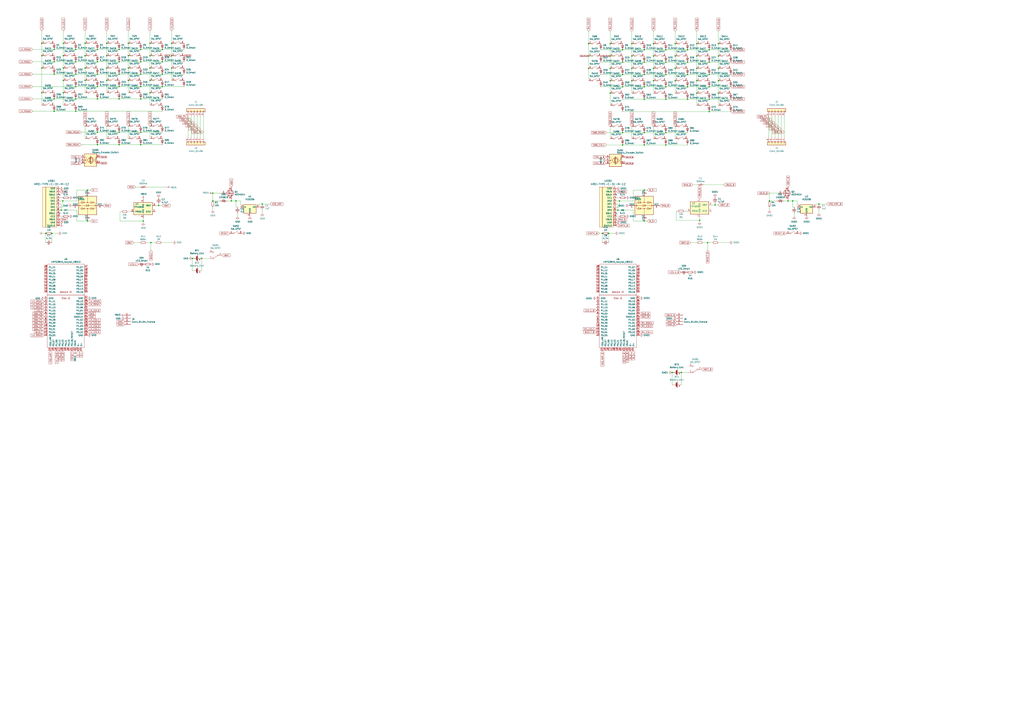
<source format=kicad_sch>
(kicad_sch (version 20211123) (generator eeschema)
  (paper "A1")
  (junction (at 574.548 181.102))
  (junction (at 97.79 71.12))
  (junction (at 511.302 108.966))
  (junction (at 62.23 71.12))
  (junction (at 511.302 40.894))
  (junction (at 115.57 81.28))
  (junction (at 80.01 108.712))
  (junction (at 501.142 76.454))
  (junction (at 529.082 40.894))
  (junction (at 483.362 56.134))
  (junction (at 529.082 71.374))
  (junction (at 123.19 35.56))
  (junction (at 193.802 165.1))
  (junction (at 559.562 306.07))
  (junction (at 501.142 56.134))
  (junction (at 140.97 35.56))
  (junction (at 546.862 81.534))
  (junction (at 87.63 66.04))
  (junction (at 130.302 168.91))
  (junction (at 572.262 35.814))
  (junction (at 140.97 45.72))
  (junction (at 42.672 191.77))
  (junction (at 71.882 156.21))
  (junction (at 62.23 50.8))
  (junction (at 34.29 45.72))
  (junction (at 647.192 165.1))
  (junction (at 529.082 119.126))
  (junction (at 44.45 50.8))
  (junction (at 115.57 118.872))
  (junction (at 590.042 35.814))
  (junction (at 546.862 40.894))
  (junction (at 536.702 45.974))
  (junction (at 581.152 199.39))
  (junction (at 44.45 91.44))
  (junction (at 564.642 40.894))
  (junction (at 536.702 56.134))
  (junction (at 115.57 60.96))
  (junction (at 123.19 66.04))
  (junction (at 123.19 76.2))
  (junction (at 529.082 81.534))
  (junction (at 44.45 40.64))
  (junction (at 590.042 45.974))
  (junction (at 34.29 35.56))
  (junction (at 69.85 45.72))
  (junction (at 554.482 66.294))
  (junction (at 123.952 199.39))
  (junction (at 564.642 71.374))
  (junction (at 501.142 66.294))
  (junction (at 123.19 45.72))
  (junction (at 52.07 66.04))
  (junction (at 529.082 108.966))
  (junction (at 52.07 35.56))
  (junction (at 97.79 60.96))
  (junction (at 69.85 35.56))
  (junction (at 587.248 168.402))
  (junction (at 215.392 167.64))
  (junction (at 52.07 45.72))
  (junction (at 115.57 71.12))
  (junction (at 499.872 191.77))
  (junction (at 501.142 35.814))
  (junction (at 529.082 51.054))
  (junction (at 590.042 56.134))
  (junction (at 71.882 181.61))
  (junction (at 97.79 108.712))
  (junction (at 87.63 35.56))
  (junction (at 518.922 35.814))
  (junction (at 105.41 45.72))
  (junction (at 87.63 45.72))
  (junction (at 564.642 81.534))
  (junction (at 80.01 40.64))
  (junction (at 590.042 66.294))
  (junction (at 97.79 50.8))
  (junction (at 44.45 81.28))
  (junction (at 105.41 66.04))
  (junction (at 115.57 40.64))
  (junction (at 69.85 55.88))
  (junction (at 80.01 81.28))
  (junction (at 80.01 60.96))
  (junction (at 51.562 165.1))
  (junction (at 590.042 76.454))
  (junction (at 511.302 119.126))
  (junction (at 546.862 119.126))
  (junction (at 554.482 56.134))
  (junction (at 62.23 60.96))
  (junction (at 115.57 108.712))
  (junction (at 554.482 45.974))
  (junction (at 507.492 172.72))
  (junction (at 572.262 66.294))
  (junction (at 97.79 40.64))
  (junction (at 546.862 108.966))
  (junction (at 165.608 212.344))
  (junction (at 546.862 71.374))
  (junction (at 536.702 66.294))
  (junction (at 564.642 51.054))
  (junction (at 62.23 91.44))
  (junction (at 80.01 71.12))
  (junction (at 582.422 51.054))
  (junction (at 105.41 55.88))
  (junction (at 518.922 45.974))
  (junction (at 133.35 40.64))
  (junction (at 511.302 61.214))
  (junction (at 174.752 165.1))
  (junction (at 80.01 118.872))
  (junction (at 582.422 61.214))
  (junction (at 52.07 55.88))
  (junction (at 564.642 61.214))
  (junction (at 52.07 76.2))
  (junction (at 87.63 55.88))
  (junction (at 483.362 35.814))
  (junction (at 631.952 165.1))
  (junction (at 554.482 35.814))
  (junction (at 582.422 40.894))
  (junction (at 123.19 55.88))
  (junction (at 546.862 61.214))
  (junction (at 80.01 50.8))
  (junction (at 511.302 51.054))
  (junction (at 140.97 55.88))
  (junction (at 518.922 56.134))
  (junction (at 546.862 51.054))
  (junction (at 529.082 156.21))
  (junction (at 551.942 306.07))
  (junction (at 69.85 66.04))
  (junction (at 501.142 45.974))
  (junction (at 582.422 91.694))
  (junction (at 582.422 71.374))
  (junction (at 582.422 81.534))
  (junction (at 50.292 172.72))
  (junction (at 651.002 165.1))
  (junction (at 672.592 167.64))
  (junction (at 97.79 81.28))
  (junction (at 529.082 61.214))
  (junction (at 34.29 55.88))
  (junction (at 483.362 45.974))
  (junction (at 174.752 158.75))
  (junction (at 97.79 118.872))
  (junction (at 494.792 191.77))
  (junction (at 572.262 45.974))
  (junction (at 511.302 71.374))
  (junction (at 572.262 76.454))
  (junction (at 508.762 165.1))
  (junction (at 133.35 60.96))
  (junction (at 37.592 191.77))
  (junction (at 62.23 81.28))
  (junction (at 62.23 40.64))
  (junction (at 44.45 60.96))
  (junction (at 536.702 35.814))
  (junction (at 115.57 50.8))
  (junction (at 518.922 66.294))
  (junction (at 133.35 71.12))
  (junction (at 572.262 56.134))
  (junction (at 117.602 181.61))
  (junction (at 133.35 50.8))
  (junction (at 157.988 212.344))
  (junction (at 189.992 165.1))
  (junction (at 34.29 76.2))
  (junction (at 529.082 181.61))
  (junction (at 105.41 35.56))
  (no_connect (at 49.022 175.26))
  (no_connect (at 506.222 175.26))
  (no_connect (at 49.022 160.02))
  (no_connect (at 506.222 160.02))
  (wire (pts (xy 62.992 165.1) (xy 62.992 156.21)))
  (wire (pts (xy 582.422 81.534) (xy 564.642 81.534)))
  (wire (pts (xy 120.142 199.39) (xy 123.952 199.39)))
  (wire (pts (xy 647.192 165.1) (xy 651.002 165.1)))
  (wire (pts (xy 69.85 55.88) (xy 69.85 45.72)))
  (wire (pts (xy 483.362 56.134) (xy 483.362 66.294)))
  (wire (pts (xy 483.362 35.814) (xy 483.362 45.974)))
  (wire (pts (xy 97.79 60.96) (xy 80.01 60.96)))
  (wire (pts (xy 174.752 158.75) (xy 182.372 158.75)))
  (wire (pts (xy 518.922 114.046) (xy 518.922 103.886)))
  (wire (pts (xy 117.602 181.61) (xy 117.602 182.88)))
  (wire (pts (xy 572.262 56.134) (xy 572.262 45.974)))
  (wire (pts (xy 133.35 40.64) (xy 115.57 40.64)))
  (wire (pts (xy 97.79 118.872) (xy 115.57 118.872)))
  (wire (pts (xy 518.922 76.454) (xy 518.922 66.294)))
  (wire (pts (xy 643.382 165.1) (xy 647.192 165.1)))
  (wire (pts (xy 193.802 170.18) (xy 193.802 165.1)))
  (wire (pts (xy 568.96 151.892) (xy 572.77 151.892)))
  (wire (pts (xy 111.252 153.67) (xy 115.062 153.67)))
  (wire (pts (xy 50.292 172.72) (xy 62.992 172.72)))
  (wire (pts (xy 639.064 95.758) (xy 639.064 112.776)))
  (wire (pts (xy 174.752 158.75) (xy 174.752 165.1)))
  (wire (pts (xy 551.942 316.23) (xy 551.942 306.07)))
  (wire (pts (xy 501.142 56.134) (xy 501.142 45.974)))
  (wire (pts (xy 587.248 167.132) (xy 587.248 168.402)))
  (wire (pts (xy 130.302 168.91) (xy 132.842 168.91)))
  (wire (pts (xy 506.222 162.56) (xy 508.762 162.56)))
  (wire (pts (xy 44.45 91.44) (xy 26.67 91.44)))
  (wire (pts (xy 115.57 108.712) (xy 133.35 108.712)))
  (wire (pts (xy 572.262 35.814) (xy 572.262 25.654)))
  (wire (pts (xy 189.992 163.83) (xy 189.992 165.1)))
  (wire (pts (xy 195.072 175.26) (xy 195.072 177.8)))
  (wire (pts (xy 520.192 156.21) (xy 529.082 156.21)))
  (wire (pts (xy 115.57 71.12) (xy 97.79 71.12)))
  (wire (pts (xy 80.01 71.12) (xy 62.23 71.12)))
  (wire (pts (xy 44.45 50.8) (xy 26.67 50.8)))
  (wire (pts (xy 49.022 177.8) (xy 51.562 177.8)))
  (wire (pts (xy 174.752 170.18) (xy 174.752 172.72)))
  (wire (pts (xy 123.19 45.72) (xy 123.19 35.56)))
  (wire (pts (xy 212.852 170.18) (xy 212.852 167.64)))
  (wire (pts (xy 506.222 167.64) (xy 507.492 167.64)))
  (wire (pts (xy 52.07 66.04) (xy 52.07 55.88)))
  (wire (pts (xy 105.41 66.04) (xy 105.41 55.88)))
  (wire (pts (xy 98.552 173.99) (xy 98.552 181.61)))
  (wire (pts (xy 62.23 60.96) (xy 44.45 60.96)))
  (wire (pts (xy 123.19 35.56) (xy 123.19 25.4)))
  (wire (pts (xy 69.85 66.04) (xy 69.85 55.88)))
  (wire (pts (xy 511.302 108.966) (xy 529.082 108.966)))
  (wire (pts (xy 572.262 76.454) (xy 572.262 66.294)))
  (wire (pts (xy 80.01 60.96) (xy 62.23 60.96)))
  (wire (pts (xy 564.642 71.374) (xy 546.862 71.374)))
  (wire (pts (xy 157.988 222.504) (xy 157.988 212.344)))
  (wire (pts (xy 590.042 199.39) (xy 598.932 199.39)))
  (wire (pts (xy 651.002 165.1) (xy 654.812 165.1)))
  (wire (pts (xy 62.23 50.8) (xy 44.45 50.8)))
  (wire (pts (xy 631.952 158.75) (xy 631.952 165.1)))
  (wire (pts (xy 87.63 55.88) (xy 87.63 45.72)))
  (wire (pts (xy 546.862 61.214) (xy 529.082 61.214)))
  (wire (pts (xy 546.862 40.894) (xy 529.082 40.894)))
  (wire (pts (xy 140.97 45.72) (xy 140.97 35.56)))
  (wire (pts (xy 529.082 61.214) (xy 511.302 61.214)))
  (wire (pts (xy 506.222 177.8) (xy 508.762 177.8)))
  (wire (pts (xy 590.042 56.134) (xy 590.042 66.294)))
  (wire (pts (xy 501.142 114.046) (xy 501.142 103.886)))
  (wire (pts (xy 536.702 45.974) (xy 536.702 35.814)))
  (wire (pts (xy 498.094 108.966) (xy 511.302 108.966)))
  (wire (pts (xy 115.57 50.8) (xy 97.79 50.8)))
  (wire (pts (xy 493.522 51.054) (xy 511.302 51.054)))
  (wire (pts (xy 164.592 95.758) (xy 164.592 112.776)))
  (wire (pts (xy 123.19 86.36) (xy 123.19 76.2)))
  (wire (pts (xy 507.492 172.72) (xy 520.192 172.72)))
  (wire (pts (xy 536.702 56.134) (xy 536.702 45.974)))
  (wire (pts (xy 71.882 181.61) (xy 74.422 181.61)))
  (wire (pts (xy 34.29 45.72) (xy 34.29 35.56)))
  (wire (pts (xy 554.482 114.046) (xy 554.482 103.886)))
  (wire (pts (xy 600.202 61.214) (xy 582.422 61.214)))
  (wire (pts (xy 554.482 45.974) (xy 554.482 35.814)))
  (wire (pts (xy 162.052 95.758) (xy 162.052 112.776)))
  (wire (pts (xy 672.592 172.72) (xy 672.592 175.26)))
  (wire (pts (xy 556.768 173.482) (xy 555.498 173.482)))
  (wire (pts (xy 97.79 71.12) (xy 80.01 71.12)))
  (wire (pts (xy 80.01 108.712) (xy 97.79 108.712)))
  (wire (pts (xy 97.79 108.712) (xy 115.57 108.712)))
  (wire (pts (xy 87.63 76.2) (xy 87.63 66.04)))
  (wire (pts (xy 87.63 66.04) (xy 87.63 55.88)))
  (wire (pts (xy 600.202 40.894) (xy 582.422 40.894)))
  (wire (pts (xy 511.302 71.374) (xy 493.522 71.374)))
  (wire (pts (xy 130.302 167.64) (xy 130.302 168.91)))
  (wire (pts (xy 62.23 40.64) (xy 44.45 40.64)))
  (wire (pts (xy 564.642 51.054) (xy 546.862 51.054)))
  (wire (pts (xy 572.262 66.294) (xy 572.262 56.134)))
  (wire (pts (xy 518.922 56.134) (xy 518.922 45.974)))
  (wire (pts (xy 69.85 113.792) (xy 69.85 103.632)))
  (wire (pts (xy 105.41 55.88) (xy 105.41 45.72)))
  (wire (pts (xy 165.608 222.504) (xy 165.608 212.344)))
  (wire (pts (xy 651.002 170.18) (xy 651.002 165.1)))
  (wire (pts (xy 186.182 165.1) (xy 189.992 165.1)))
  (wire (pts (xy 34.29 55.88) (xy 34.29 45.72)))
  (wire (pts (xy 151.13 60.96) (xy 133.35 60.96)))
  (wire (pts (xy 511.302 40.894) (xy 493.522 40.894)))
  (wire (pts (xy 51.562 170.18) (xy 49.022 170.18)))
  (wire (pts (xy 536.702 66.294) (xy 536.702 56.134)))
  (wire (pts (xy 587.248 168.402) (xy 589.788 168.402)))
  (wire (pts (xy 97.79 50.8) (xy 80.01 50.8)))
  (wire (pts (xy 115.57 118.872) (xy 133.35 118.872)))
  (wire (pts (xy 501.142 76.454) (xy 501.142 66.294)))
  (wire (pts (xy 69.85 45.72) (xy 69.85 35.56)))
  (wire (pts (xy 62.992 156.21) (xy 71.882 156.21)))
  (wire (pts (xy 600.202 51.054) (xy 582.422 51.054)))
  (wire (pts (xy 123.952 199.39) (xy 127.762 199.39)))
  (wire (pts (xy 582.422 40.894) (xy 564.642 40.894)))
  (wire (pts (xy 498.094 119.126) (xy 511.302 119.126)))
  (wire (pts (xy 49.022 167.64) (xy 50.292 167.64)))
  (wire (pts (xy 651.002 170.18) (xy 652.272 170.18)))
  (wire (pts (xy 62.992 172.72) (xy 62.992 181.61)))
  (wire (pts (xy 49.022 165.1) (xy 51.562 165.1)))
  (wire (pts (xy 52.07 76.2) (xy 52.07 86.36)))
  (wire (pts (xy 62.23 91.44) (xy 44.45 91.44)))
  (wire (pts (xy 42.672 191.77) (xy 47.752 191.77)))
  (wire (pts (xy 546.862 71.374) (xy 529.082 71.374)))
  (wire (pts (xy 581.152 199.39) (xy 584.962 199.39)))
  (wire (pts (xy 499.872 199.39) (xy 499.872 191.77)))
  (wire (pts (xy 117.602 179.07) (xy 117.602 181.61)))
  (wire (pts (xy 140.97 55.88) (xy 140.97 66.04)))
  (wire (pts (xy 631.444 95.758) (xy 631.444 112.776)))
  (wire (pts (xy 670.052 170.18) (xy 670.052 167.64)))
  (wire (pts (xy 66.802 108.712) (xy 80.01 108.712)))
  (wire (pts (xy 529.082 40.894) (xy 511.302 40.894)))
  (wire (pts (xy 600.202 71.374) (xy 582.422 71.374)))
  (wire (pts (xy 52.07 76.2) (xy 52.07 66.04)))
  (wire (pts (xy 483.362 45.974) (xy 483.362 56.134)))
  (wire (pts (xy 501.142 76.454) (xy 501.142 86.614)))
  (wire (pts (xy 590.042 45.974) (xy 590.042 35.814)))
  (wire (pts (xy 631.952 165.1) (xy 638.302 165.1)))
  (wire (pts (xy 167.132 95.758) (xy 167.132 112.776)))
  (wire (pts (xy 574.548 181.102) (xy 574.548 182.372)))
  (wire (pts (xy 80.01 50.8) (xy 62.23 50.8)))
  (wire (pts (xy 584.708 168.402) (xy 587.248 168.402)))
  (wire (pts (xy 507.492 172.72) (xy 506.222 172.72)))
  (wire (pts (xy 582.422 61.214) (xy 564.642 61.214)))
  (wire (pts (xy 87.63 35.56) (xy 87.63 25.4)))
  (wire (pts (xy 37.592 191.77) (xy 37.592 199.39)))
  (wire (pts (xy 174.752 165.1) (xy 181.102 165.1)))
  (wire (pts (xy 52.07 35.56) (xy 52.07 25.4)))
  (wire (pts (xy 212.852 167.64) (xy 215.392 167.64)))
  (wire (pts (xy 193.802 165.1) (xy 197.612 165.1)))
  (wire (pts (xy 590.042 56.134) (xy 590.042 45.974)))
  (wire (pts (xy 582.422 71.374) (xy 564.642 71.374)))
  (wire (pts (xy 555.498 181.102) (xy 574.548 181.102)))
  (wire (pts (xy 647.192 163.83) (xy 647.192 165.1)))
  (wire (pts (xy 44.45 40.64) (xy 26.67 40.64)))
  (wire (pts (xy 636.524 95.758) (xy 636.524 112.776)))
  (wire (pts (xy 546.862 81.534) (xy 529.082 81.534)))
  (wire (pts (xy 572.262 45.974) (xy 572.262 35.814)))
  (wire (pts (xy 536.702 76.454) (xy 536.702 66.294)))
  (wire (pts (xy 215.392 167.64) (xy 221.742 167.64)))
  (wire (pts (xy 518.922 45.974) (xy 518.922 35.814)))
  (wire (pts (xy 494.792 191.77) (xy 494.792 199.39)))
  (wire (pts (xy 590.042 66.294) (xy 590.042 76.454)))
  (wire (pts (xy 71.882 156.21) (xy 74.422 156.21)))
  (wire (pts (xy 633.984 95.758) (xy 633.984 112.776)))
  (wire (pts (xy 508.762 165.1) (xy 520.192 165.1)))
  (wire (pts (xy 105.41 113.792) (xy 105.41 103.632)))
  (wire (pts (xy 123.19 55.88) (xy 123.19 45.72)))
  (wire (pts (xy 559.562 306.07) (xy 565.912 306.07)))
  (wire (pts (xy 127.762 168.91) (xy 130.302 168.91)))
  (wire (pts (xy 115.57 60.96) (xy 97.79 60.96)))
  (wire (pts (xy 641.604 95.758) (xy 641.604 112.776)))
  (wire (pts (xy 536.702 35.814) (xy 536.702 25.654)))
  (wire (pts (xy 529.082 156.21) (xy 531.622 156.21)))
  (wire (pts (xy 159.512 95.758) (xy 159.512 112.776)))
  (wire (pts (xy 554.482 76.454) (xy 554.482 66.294)))
  (wire (pts (xy 631.952 170.18) (xy 631.952 172.72)))
  (wire (pts (xy 69.85 35.56) (xy 69.85 25.4)))
  (wire (pts (xy 529.082 71.374) (xy 511.302 71.374)))
  (wire (pts (xy 520.192 165.1) (xy 520.192 156.21)))
  (wire (pts (xy 508.762 165.1) (xy 508.762 170.18)))
  (wire (pts (xy 51.562 165.1) (xy 51.562 170.18)))
  (wire (pts (xy 215.392 172.72) (xy 215.392 175.26)))
  (wire (pts (xy 564.642 40.894) (xy 546.862 40.894)))
  (wire (pts (xy 529.082 81.534) (xy 511.302 81.534)))
  (wire (pts (xy 644.144 95.758) (xy 644.144 112.776)))
  (wire (pts (xy 151.13 40.64) (xy 133.35 40.64)))
  (wire (pts (xy 574.548 178.562) (xy 574.548 181.102)))
  (wire (pts (xy 546.862 119.126) (xy 564.642 119.126)))
  (wire (pts (xy 590.042 76.454) (xy 590.042 86.614)))
  (wire (pts (xy 34.29 35.56) (xy 34.29 25.4)))
  (wire (pts (xy 197.612 165.1) (xy 197.612 170.18)))
  (wire (pts (xy 511.302 91.694) (xy 582.422 91.694)))
  (wire (pts (xy 189.992 165.1) (xy 193.802 165.1)))
  (wire (pts (xy 577.342 199.39) (xy 581.152 199.39)))
  (wire (pts (xy 652.272 175.26) (xy 652.272 177.8)))
  (wire (pts (xy 582.422 91.694) (xy 600.202 91.694)))
  (wire (pts (xy 140.97 35.56) (xy 140.97 25.4)))
  (wire (pts (xy 518.922 35.814) (xy 518.922 25.654)))
  (wire (pts (xy 501.142 45.974) (xy 501.142 35.814)))
  (wire (pts (xy 99.822 173.99) (xy 98.552 173.99)))
  (wire (pts (xy 34.29 55.88) (xy 34.29 76.2)))
  (wire (pts (xy 546.862 51.054) (xy 529.082 51.054)))
  (wire (pts (xy 51.562 165.1) (xy 62.992 165.1)))
  (wire (pts (xy 115.57 81.28) (xy 97.79 81.28)))
  (wire (pts (xy 26.67 71.12) (xy 62.23 71.12)))
  (wire (pts (xy 123.19 113.792) (xy 123.19 103.632)))
  (wire (pts (xy 499.872 191.77) (xy 504.952 191.77)))
  (wire (pts (xy 140.97 45.72) (xy 140.97 55.88)))
  (wire (pts (xy 35.052 191.77) (xy 37.592 191.77)))
  (wire (pts (xy 87.63 45.72) (xy 87.63 35.56)))
  (wire (pts (xy 123.952 199.39) (xy 123.952 205.74)))
  (wire (pts (xy 154.432 95.758) (xy 154.432 112.776)))
  (wire (pts (xy 518.922 66.294) (xy 518.922 56.134)))
  (wire (pts (xy 42.672 199.39) (xy 42.672 191.77)))
  (wire (pts (xy 87.63 113.792) (xy 87.63 103.632)))
  (wire (pts (xy 133.35 50.8) (xy 115.57 50.8)))
  (wire (pts (xy 80.01 118.872) (xy 97.79 118.872)))
  (wire (pts (xy 554.482 66.294) (xy 554.482 56.134)))
  (wire (pts (xy 132.842 199.39) (xy 141.732 199.39)))
  (wire (pts (xy 520.192 181.61) (xy 529.082 181.61)))
  (wire (pts (xy 52.07 55.88) (xy 52.07 45.72)))
  (wire (pts (xy 156.972 95.758) (xy 156.972 112.776)))
  (wire (pts (xy 120.142 153.67) (xy 136.652 153.67)))
  (wire (pts (xy 564.642 81.534) (xy 546.862 81.534)))
  (wire (pts (xy 69.85 76.2) (xy 69.85 66.04)))
  (wire (pts (xy 572.262 86.614) (xy 572.262 76.454)))
  (wire (pts (xy 50.292 167.64) (xy 50.292 172.72)))
  (wire (pts (xy 123.19 76.2) (xy 123.19 66.04)))
  (wire (pts (xy 80.01 81.28) (xy 62.23 81.28)))
  (wire (pts (xy 104.902 173.99) (xy 107.442 173.99)))
  (wire (pts (xy 109.982 199.39) (xy 115.062 199.39)))
  (wire (pts (xy 670.052 167.64) (xy 672.592 167.64)))
  (wire (pts (xy 133.35 71.12) (xy 115.57 71.12)))
  (wire (pts (xy 631.952 158.75) (xy 639.572 158.75)))
  (wire (pts (xy 555.498 173.482) (xy 555.498 181.102)))
  (wire (pts (xy 34.29 76.2) (xy 34.29 86.36)))
  (wire (pts (xy 66.802 118.872) (xy 80.01 118.872)))
  (wire (pts (xy 536.702 114.046) (xy 536.702 103.886)))
  (wire (pts (xy 62.23 91.44) (xy 133.35 91.44)))
  (wire (pts (xy 511.302 61.214) (xy 493.522 61.214)))
  (wire (pts (xy 546.862 108.966) (xy 564.642 108.966)))
  (wire (pts (xy 529.082 51.054) (xy 511.302 51.054)))
  (wire (pts (xy 50.292 172.72) (xy 49.022 172.72)))
  (wire (pts (xy 672.592 167.64) (xy 678.942 167.64)))
  (wire (pts (xy 492.252 191.77) (xy 494.792 191.77)))
  (wire (pts (xy 508.762 170.18) (xy 506.222 170.18)))
  (wire (pts (xy 62.992 181.61) (xy 71.882 181.61)))
  (wire (pts (xy 151.13 50.8) (xy 133.35 50.8)))
  (wire (pts (xy 133.35 60.96) (xy 115.57 60.96)))
  (wire (pts (xy 97.79 40.64) (xy 80.01 40.64)))
  (wire (pts (xy 97.79 81.28) (xy 80.01 81.28)))
  (wire (pts (xy 506.222 165.1) (xy 508.762 165.1)))
  (wire (pts (xy 654.812 165.1) (xy 654.812 170.18)))
  (wire (pts (xy 564.642 61.214) (xy 546.862 61.214)))
  (wire (pts (xy 581.152 199.39) (xy 581.152 205.74)))
  (wire (pts (xy 483.362 35.814) (xy 483.362 25.654)))
  (wire (pts (xy 193.802 170.18) (xy 195.072 170.18)))
  (wire (pts (xy 165.608 212.344) (xy 171.958 212.344)))
  (wire (pts (xy 62.23 81.28) (xy 44.45 81.28)))
  (wire (pts (xy 520.192 172.72) (xy 520.192 181.61)))
  (wire (pts (xy 554.482 56.134) (xy 554.482 45.974)))
  (wire (pts (xy 49.022 162.56) (xy 51.562 162.56)))
  (wire (pts (xy 507.492 167.64) (xy 507.492 172.72)))
  (wire (pts (xy 567.182 199.39) (xy 572.262 199.39)))
  (wire (pts (xy 590.042 35.814) (xy 590.042 25.654)))
  (wire (pts (xy 561.848 173.482) (xy 564.388 173.482)))
  (wire (pts (xy 529.082 181.61) (xy 531.622 181.61)))
  (wire (pts (xy 44.45 81.28) (xy 26.67 81.28)))
  (wire (pts (xy 44.45 60.96) (xy 26.67 60.96)))
  (wire (pts (xy 80.01 40.64) (xy 62.23 40.64)))
  (wire (pts (xy 529.082 119.126) (xy 546.862 119.126)))
  (wire (pts (xy 501.142 35.814) (xy 501.142 25.654)))
  (wire (pts (xy 511.302 119.126) (xy 529.082 119.126)))
  (wire (pts (xy 105.41 35.56) (xy 105.41 25.4)))
  (wire (pts (xy 529.082 108.966) (xy 546.862 108.966)))
  (wire (pts (xy 559.562 316.23) (xy 559.562 306.07)))
  (wire (pts (xy 105.41 76.2) (xy 105.41 66.04)))
  (wire (pts (xy 52.07 45.72) (xy 52.07 35.56)))
  (wire (pts (xy 105.41 45.72) (xy 105.41 35.56)))
  (wire (pts (xy 98.552 181.61) (xy 117.602 181.61)))
  (wire (pts (xy 123.19 66.04) (xy 123.19 55.88)))
  (wire (pts (xy 600.202 81.534) (xy 582.422 81.534)))
  (wire (pts (xy 577.85 151.892) (xy 594.36 151.892)))
  (wire (pts (xy 554.482 35.814) (xy 554.482 25.654)))
  (wire (pts (xy 133.35 71.12) (xy 151.13 71.12)))
  (wire (pts (xy 582.422 51.054) (xy 564.642 51.054)))
  (wire (pts (xy 115.57 40.64) (xy 97.79 40.64)))
  (wire (pts (xy 133.35 81.28) (xy 115.57 81.28)))
  (wire (pts (xy 501.142 66.294) (xy 501.142 56.134)))
  (global_label "BVOLT" (shape input) (at 123.952 205.74 270) (property "Intersheet References" "${INTERSHEET_REFS}" (effects hide)))
  (global_label "LH_ROW1" (shape input) (at 36.322 247.65 180) (property "Intersheet References" "${INTERSHEET_REFS}" (effects hide)))
  (global_label "SWD_B" (shape input) (at 525.272 257.81 0) (property "Intersheet References" "${INTERSHEET_REFS}" (effects hide)))
  (global_label "ENC_P1" (shape input) (at 82.042 134.112 0) (effects (font (size 0.762 0.762))) (property "Intersheet References" "${INTERSHEET_REFS}" (effects hide)))
  (global_label "DBA_P2" (shape input) (at 36.322 267.97 180) (property "Intersheet References" "${INTERSHEET_REFS}" (effects hide)))
  (global_label "DBB_P3" (shape input) (at 636.524 100.838 180) (property "Intersheet References" "${INTERSHEET_REFS}" (effects hide)))
  (global_label "LH_COL5" (shape input) (at 123.19 25.4 90) (property "Intersheet References" "${INTERSHEET_REFS}" (effects hide)))
  (global_label "LED_1" (shape input) (at 113.792 217.17 180) (property "Intersheet References" "${INTERSHEET_REFS}" (effects hide)))
  (global_label "LH_ROW5" (shape input) (at 26.67 91.44 180) (property "Intersheet References" "${INTERSHEET_REFS}" (effects hide)))
  (global_label "D+" (shape input) (at 74.422 181.61 0) (property "Intersheet References" "${INTERSHEET_REFS}" (effects hide)))
  (global_label "RAW_B" (shape input) (at 506.222 157.48 0) (property "Intersheet References" "${INTERSHEET_REFS}" (effects hide)))
  (global_label "RESET" (shape input) (at 59.182 288.29 270) (property "Intersheet References" "${INTERSHEET_REFS}" (effects hide)))
  (global_label "RH_ROW4" (shape input) (at 600.202 81.534 0) (property "Intersheet References" "${INTERSHEET_REFS}" (effects hide)))
  (global_label "ENC_P1" (shape input) (at 140.97 45.72 180) (effects (font (size 0.762 0.762))) (property "Intersheet References" "${INTERSHEET_REFS}" (effects hide)))
  (global_label "DBB_COL3" (shape input) (at 554.482 103.886 90) (property "Intersheet References" "${INTERSHEET_REFS}" (effects hide)))
  (global_label "RH_ROW4" (shape input) (at 525.272 265.43 0) (property "Intersheet References" "${INTERSHEET_REFS}" (effects hide)))
  (global_label "D-" (shape input) (at 64.262 288.29 270) (property "Intersheet References" "${INTERSHEET_REFS}" (effects hide)))
  (global_label "DBA_COL1" (shape input) (at 87.63 103.632 90) (property "Intersheet References" "${INTERSHEET_REFS}" (effects hide)))
  (global_label "RH_COL2" (shape input) (at 518.922 25.654 90) (property "Intersheet References" "${INTERSHEET_REFS}" (effects hide)))
  (global_label "DBA_COL2" (shape input) (at 105.41 103.632 90) (property "Intersheet References" "${INTERSHEET_REFS}" (effects hide)))
  (global_label "SWC" (shape input) (at 102.362 264.16 180) (property "Intersheet References" "${INTERSHEET_REFS}" (effects hide)))
  (global_label "LH_COL1" (shape input) (at 71.882 262.89 0) (property "Intersheet References" "${INTERSHEET_REFS}" (effects hide)))
  (global_label "ENC_P1_B" (shape input) (at 483.362 45.974 180) (effects (font (size 0.762 0.762))) (property "Intersheet References" "${INTERSHEET_REFS}" (effects hide)))
  (global_label "VDD_NRF" (shape input) (at 41.402 288.29 270) (property "Intersheet References" "${INTERSHEET_REFS}" (effects hide)))
  (global_label "LH_ROW2" (shape input) (at 26.67 60.96 180) (property "Intersheet References" "${INTERSHEET_REFS}" (effects hide)))
  (global_label "DBA_ROW0" (shape input) (at 66.802 108.712 180) (property "Intersheet References" "${INTERSHEET_REFS}" (effects hide)))
  (global_label "DBB_COL1" (shape input) (at 498.094 119.126 180) (property "Intersheet References" "${INTERSHEET_REFS}" (effects hide)))
  (global_label "DBA_COL3" (shape input) (at 123.19 103.632 90) (property "Intersheet References" "${INTERSHEET_REFS}" (effects hide)))
  (global_label "LH_COL6" (shape input) (at 140.97 25.4 90) (property "Intersheet References" "${INTERSHEET_REFS}" (effects hide)))
  (global_label "SWC" (shape input) (at 71.882 260.35 0) (property "Intersheet References" "${INTERSHEET_REFS}" (effects hide)))
  (global_label "RH_ROW3" (shape input) (at 600.202 71.374 0) (property "Intersheet References" "${INTERSHEET_REFS}" (effects hide)))
  (global_label "DBA_P6" (shape input) (at 36.322 257.81 180) (property "Intersheet References" "${INTERSHEET_REFS}" (effects hide)))
  (global_label "VBUS_B" (shape input) (at 515.112 288.29 270) (property "Intersheet References" "${INTERSHEET_REFS}" (effects hide)))
  (global_label "D-" (shape input) (at 74.422 156.21 0) (property "Intersheet References" "${INTERSHEET_REFS}" (effects hide)))
  (global_label "RH_COL5" (shape input) (at 572.262 25.654 90) (property "Intersheet References" "${INTERSHEET_REFS}" (effects hide)))
  (global_label "DBB_P6" (shape input) (at 644.144 108.458 180) (property "Intersheet References" "${INTERSHEET_REFS}" (effects hide)))
  (global_label "RH_COL5" (shape input) (at 525.272 267.97 0) (property "Intersheet References" "${INTERSHEET_REFS}" (effects hide)))
  (global_label "ENC_B" (shape input) (at 51.562 288.29 270) (property "Intersheet References" "${INTERSHEET_REFS}" (effects hide)))
  (global_label "ENC_P1_B" (shape input) (at 513.08 129.286 0) (effects (font (size 0.762 0.762))) (property "Intersheet References" "${INTERSHEET_REFS}" (effects hide)))
  (global_label "DBB_P4" (shape input) (at 639.064 103.378 180) (property "Intersheet References" "${INTERSHEET_REFS}" (effects hide)))
  (global_label "RAW" (shape input) (at 111.252 153.67 180) (property "Intersheet References" "${INTERSHEET_REFS}" (effects hide)))
  (global_label "RAW" (shape input) (at 84.582 168.91 0) (property "Intersheet References" "${INTERSHEET_REFS}" (effects hide)))
  (global_label "LH_COL5" (shape input) (at 71.882 273.05 0) (property "Intersheet References" "${INTERSHEET_REFS}" (effects hide)))
  (global_label "LH_ROW0" (shape input) (at 36.322 250.19 180) (property "Intersheet References" "${INTERSHEET_REFS}" (effects hide)))
  (global_label "ENC_A_B" (shape input) (at 497.84 129.032 180) (property "Intersheet References" "${INTERSHEET_REFS}" (effects hide)))
  (global_label "DBA_P5" (shape input) (at 36.322 260.35 180) (property "Intersheet References" "${INTERSHEET_REFS}" (effects hide)))
  (global_label "ENC_A" (shape input) (at 66.802 129.032 180) (property "Intersheet References" "${INTERSHEET_REFS}" (effects hide)))
  (global_label "LH_ROW5" (shape input) (at 71.882 247.65 0) (property "Intersheet References" "${INTERSHEET_REFS}" (effects hide)))
  (global_label "LH_COL0" (shape input) (at 71.882 255.27 0) (property "Intersheet References" "${INTERSHEET_REFS}" (effects hide)))
  (global_label "DBA_P3" (shape input) (at 36.322 265.43 180) (property "Intersheet References" "${INTERSHEET_REFS}" (effects hide)))
  (global_label "DBB_COL0" (shape input) (at 501.142 103.886 90) (property "Intersheet References" "${INTERSHEET_REFS}" (effects hide)))
  (global_label "DBA_P2" (shape input) (at 156.972 98.298 180) (property "Intersheet References" "${INTERSHEET_REFS}" (effects hide)))
  (global_label "DBA_P6" (shape input) (at 167.132 108.458 180) (property "Intersheet References" "${INTERSHEET_REFS}" (effects hide)))
  (global_label "VBAT" (shape input) (at 182.118 209.804 0) (property "Intersheet References" "${INTERSHEET_REFS}" (effects hide)))
  (global_label "LH_COL3" (shape input) (at 71.882 267.97 0) (property "Intersheet References" "${INTERSHEET_REFS}" (effects hide)))
  (global_label "DBA_COL0" (shape input) (at 69.85 103.632 90) (property "Intersheet References" "${INTERSHEET_REFS}" (effects hide)))
  (global_label "VBAT_B" (shape input) (at 567.182 199.39 180) (property "Intersheet References" "${INTERSHEET_REFS}" (effects hide)))
  (global_label "ENC_B_B" (shape input) (at 497.84 134.112 180) (property "Intersheet References" "${INTERSHEET_REFS}" (effects hide)))
  (global_label "VBAT_B" (shape input) (at 647.192 153.67 90) (property "Intersheet References" "${INTERSHEET_REFS}" (effects hide)))
  (global_label "LH_COL2" (shape input) (at 69.85 25.4 90) (property "Intersheet References" "${INTERSHEET_REFS}" (effects hide)))
  (global_label "B_D-" (shape input) (at 517.652 288.29 270) (property "Intersheet References" "${INTERSHEET_REFS}" (effects hide)))
  (global_label "LH_ROW4" (shape input) (at 26.67 81.28 180) (property "Intersheet References" "${INTERSHEET_REFS}" (effects hide)))
  (global_label "DBA_P4" (shape input) (at 36.322 262.89 180) (property "Intersheet References" "${INTERSHEET_REFS}" (effects hide)))
  (global_label "RH_ROW2" (shape input) (at 600.202 61.214 0) (property "Intersheet References" "${INTERSHEET_REFS}" (effects hide)))
  (global_label "ENC_P2_B" (shape input) (at 493.522 45.974 0) (effects (font (size 0.762 0.762))) (property "Intersheet References" "${INTERSHEET_REFS}" (effects hide)))
  (global_label "RH_ROW5" (shape input) (at 600.202 91.694 0) (property "Intersheet References" "${INTERSHEET_REFS}" (effects hide)))
  (global_label "RESET_B" (shape input) (at 645.922 191.77 180) (property "Intersheet References" "${INTERSHEET_REFS}" (effects hide)))
  (global_label "RH_COL3" (shape input) (at 536.702 25.654 90) (property "Intersheet References" "${INTERSHEET_REFS}" (effects hide)))
  (global_label "LH_ROW3" (shape input) (at 36.322 275.59 180) (property "Intersheet References" "${INTERSHEET_REFS}" (effects hide)))
  (global_label "RH_ROW0" (shape input) (at 600.202 40.894 0) (property "Intersheet References" "${INTERSHEET_REFS}" (effects hide)))
  (global_label "DBA_P5" (shape input) (at 164.592 105.918 180) (property "Intersheet References" "${INTERSHEET_REFS}" (effects hide)))
  (global_label "LED_1_B" (shape input) (at 559.181 223.774 180) (property "Intersheet References" "${INTERSHEET_REFS}" (effects hide)))
  (global_label "RAW_B" (shape input) (at 541.782 168.91 0) (property "Intersheet References" "${INTERSHEET_REFS}" (effects hide)))
  (global_label "RAW_B" (shape input) (at 568.96 151.892 180) (property "Intersheet References" "${INTERSHEET_REFS}" (effects hide)))
  (global_label "BVOLT_B" (shape input) (at 581.152 205.74 270) (property "Intersheet References" "${INTERSHEET_REFS}" (effects hide)))
  (global_label "DBB_COL1" (shape input) (at 518.922 103.886 90) (property "Intersheet References" "${INTERSHEET_REFS}" (effects hide)))
  (global_label "RH_COL6" (shape input) (at 590.042 25.654 90) (property "Intersheet References" "${INTERSHEET_REFS}" (effects hide)))
  (global_label "LH_ROW2" (shape input) (at 36.322 252.73 180) (property "Intersheet References" "${INTERSHEET_REFS}" (effects hide)))
  (global_label "DBB_P5" (shape input) (at 641.604 105.918 180) (property "Intersheet References" "${INTERSHEET_REFS}" (effects hide)))
  (global_label "RH_COL4" (shape input) (at 554.482 25.654 90) (property "Intersheet References" "${INTERSHEET_REFS}" (effects hide)))
  (global_label "VBAT_B" (shape input) (at 589.788 168.402 0) (property "Intersheet References" "${INTERSHEET_REFS}" (effects hide)))
  (global_label "DBA_P3" (shape input) (at 159.512 100.838 180) (property "Intersheet References" "${INTERSHEET_REFS}" (effects hide)))
  (global_label "EARTH_B" (shape input) (at 506.222 185.42 0) (property "Intersheet References" "${INTERSHEET_REFS}" (effects hide)))
  (global_label "LH_COL1" (shape input) (at 52.07 25.4 90) (property "Intersheet References" "${INTERSHEET_REFS}" (effects hide)))
  (global_label "ENC_P2" (shape input) (at 151.13 45.72 0) (effects (font (size 0.762 0.762))) (property "Intersheet References" "${INTERSHEET_REFS}" (effects hide)))
  (global_label "LH_COL4" (shape input) (at 71.882 270.51 0) (property "Intersheet References" "${INTERSHEET_REFS}" (effects hide)))
  (global_label "B_D-" (shape input) (at 531.622 156.21 0) (property "Intersheet References" "${INTERSHEET_REFS}" (effects hide)))
  (global_label "DBA_P4" (shape input) (at 162.052 103.378 180) (property "Intersheet References" "${INTERSHEET_REFS}" (effects hide)))
  (global_label "VDD_NRF" (shape input) (at 221.742 167.64 0) (property "Intersheet References" "${INTERSHEET_REFS}" (effects hide)))
  (global_label "SWC_B" (shape input) (at 555.752 264.16 180) (property "Intersheet References" "${INTERSHEET_REFS}" (effects hide)))
  (global_label "RH_COL1" (shape input) (at 501.142 25.654 90) (property "Intersheet References" "${INTERSHEET_REFS}" (effects hide)))
  (global_label "SWD" (shape input) (at 71.882 257.81 0) (property "Intersheet References" "${INTERSHEET_REFS}" (effects hide)))
  (global_label "DBB_P1" (shape input) (at 631.444 95.758 180) (property "Intersheet References" "${INTERSHEET_REFS}" (effects hide)))
  (global_label "SWD_B" (shape input) (at 555.752 266.7 180) (property "Intersheet References" "${INTERSHEET_REFS}" (effects hide)))
  (global_label "SWD" (shape input) (at 102.362 266.7 180) (property "Intersheet References" "${INTERSHEET_REFS}" (effects hide)))
  (global_label "VDD_NRF_B" (shape input) (at 494.792 288.29 270) (property "Intersheet References" "${INTERSHEET_REFS}" (effects hide)))
  (global_label "DBB_ROW0" (shape input) (at 498.094 108.966 180) (property "Intersheet References" "${INTERSHEET_REFS}" (effects hide)))
  (global_label "VDD_NRF_B" (shape input) (at 678.942 167.64 0) (property "Intersheet References" "${INTERSHEET_REFS}" (effects hide)))
  (global_label "DBB_P2" (shape input) (at 633.984 98.298 180) (property "Intersheet References" "${INTERSHEET_REFS}" (effects hide)))
  (global_label "LH_ROW0" (shape input) (at 26.67 40.64 180) (property "Intersheet References" "${INTERSHEET_REFS}" (effects hide)))
  (global_label "RESET" (shape input) (at 188.722 191.77 180) (property "Intersheet References" "${INTERSHEET_REFS}" (effects hide)))
  (global_label "D+" (shape input) (at 66.802 288.29 270) (property "Intersheet References" "${INTERSHEET_REFS}" (effects hide)))
  (global_label "LH_COL2" (shape input) (at 71.882 265.43 0) (property "Intersheet References" "${INTERSHEET_REFS}" (effects hide)))
  (global_label "LH_ROW1" (shape input) (at 26.67 50.8 180) (property "Intersheet References" "${INTERSHEET_REFS}" (effects hide)))
  (global_label "RH_COL4" (shape input) (at 525.272 273.05 0) (property "Intersheet References" "${INTERSHEET_REFS}" (effects hide)))
  (global_label "RAW" (shape input) (at 49.022 180.34 0) (property "Intersheet References" "${INTERSHEET_REFS}" (effects hide)))
  (global_label "ENC_A" (shape input) (at 49.022 288.29 270) (property "Intersheet References" "${INTERSHEET_REFS}" (effects hide)))
  (global_label "VBUS_B" (shape input) (at 631.952 158.75 180) (property "Intersheet References" "${INTERSHEET_REFS}" (effects hide)))
  (global_label "LH_ROW4" (shape input) (at 71.882 250.19 0) (property "Intersheet References" "${INTERSHEET_REFS}" (effects hide)))
  (global_label "VBUS_B" (shape input) (at 574.548 163.322 90) (property "Intersheet References" "${INTERSHEET_REFS}" (effects hide)))
  (global_label "SWC_B" (shape input) (at 525.272 260.35 0) (property "Intersheet References" "${INTERSHEET_REFS}" (effects hide)))
  (global_label "RAW" (shape input) (at 49.022 157.48 0) (property "Intersheet References" "${INTERSHEET_REFS}" (effects hide)))
  (global_label "LED_1" (shape input) (at 36.322 255.27 180) (property "Intersheet References" "${INTERSHEET_REFS}" (effects hide)))
  (global_label "LH_COL0" (shape input) (at 34.29 25.4 90) (property "Intersheet References" "${INTERSHEET_REFS}" (effects hide)))
  (global_label "ENC_P2_B" (shape input) (at 513.08 134.366 0) (effects (font (size 0.762 0.762))) (property "Intersheet References" "${INTERSHEET_REFS}" (effects hide)))
  (global_label "LH_ROW3" (shape input) (at 26.67 71.12 180) (property "Intersheet References" "${INTERSHEET_REFS}" (effects hide)))
  (global_label "VBUS_B" (shape input) (at 555.752 259.08 180) (property "Intersheet References" "${INTERSHEET_REFS}" (effects hide)))
  (global_label "B_D+" (shape input) (at 520.192 288.29 270) (property "Intersheet References" "${INTERSHEET_REFS}" (effects hide)))
  (global_label "RH_COL0" (shape input) (at 483.362 25.654 90) (property "Intersheet References" "${INTERSHEET_REFS}" (effects hide)))
  (global_label "DBA_P1" (shape input) (at 154.432 95.758 180) (property "Intersheet References" "${INTERSHEET_REFS}" (effects hide)))
  (global_label "VBUS_B" (shape input) (at 594.36 151.892 0) (property "Intersheet References" "${INTERSHEET_REFS}" (effects hide)))
  (global_label "VBAT" (shape input) (at 132.842 168.91 0) (property "Intersheet References" "${INTERSHEET_REFS}" (effects hide)))
  (global_label "EARTH_B" (shape input) (at 492.252 191.77 180) (property "Intersheet References" "${INTERSHEET_REFS}" (effects hide)))
  (global_label "VBAT_B" (shape input) (at 576.072 303.53 0) (property "Intersheet References" "${INTERSHEET_REFS}" (effects hide)))
  (global_label "RAW_B" (shape input) (at 506.222 180.34 0) (property "Intersheet References" "${INTERSHEET_REFS}" (effects hide)))
  (global_label "ENC_P2" (shape input) (at 82.042 129.032 0) (effects (font (size 0.762 0.762))) (property "Intersheet References" "${INTERSHEET_REFS}" (effects hide)))
  (global_label "DBA_ROW1" (shape input) (at 66.802 118.872 180) (property "Intersheet References" "${INTERSHEET_REFS}" (effects hide)))
  (global_label "BVOLT" (shape input) (at 36.322 273.05 180) (property "Intersheet References" "${INTERSHEET_REFS}" (effects hide)))
  (global_label "DBA_P1" (shape input) (at 36.322 270.51 180) (property "Intersheet References" "${INTERSHEET_REFS}" (effects hide)))
  (global_label "RESET_B" (shape input) (at 512.572 288.29 270) (property "Intersheet References" "${INTERSHEET_REFS}" (effects hide)))
  (global_label "RH_ROW1" (shape input) (at 600.202 51.054 0) (property "Intersheet References" "${INTERSHEET_REFS}" (effects hide)))
  (global_label "LH_COL4" (shape input) (at 105.41 25.4 90) (property "Intersheet References" "${INTERSHEET_REFS}" (effects hide)))
  (global_label "LH_COL3" (shape input) (at 87.63 25.4 90) (property "Intersheet References" "${INTERSHEET_REFS}" (effects hide)))
  (global_label "LED_1_B" (shape input) (at 489.712 255.27 180) (property "Intersheet References" "${INTERSHEET_REFS}" (effects hide)))
  (global_label "BVOLT_B" (shape input) (at 489.712 273.05 180) (property "Intersheet References" "${INTERSHEET_REFS}" (effects hide)))
  (global_label "LH_COL6" (shape input) (at 46.482 288.29 270) (property "Intersheet References" "${INTERSHEET_REFS}" (effects hide)))
  (global_label "ENC_B" (shape input) (at 66.802 134.112 180) (property "Intersheet References" "${INTERSHEET_REFS}" (effects hide)))
  (global_label "DBB_COL2" (shape input) (at 536.702 103.886 90) (property "Intersheet References" "${INTERSHEET_REFS}" (effects hide)))
  (global_label "VBAT" (shape input) (at 109.982 199.39 180) (property "Intersheet References" "${INTERSHEET_REFS}" (effects hide)))
  (global_label "B_D+" (shape input) (at 531.622 181.61 0) (property "Intersheet References" "${INTERSHEET_REFS}" (effects hide)))
  (global_label "VBAT" (shape input) (at 189.992 153.67 90) (property "Intersheet References" "${INTERSHEET_REFS}" (effects hide)))
  (global_label "RH_COL1" (shape input) (at 489.712 270.51 180) (property "Intersheet References" "${INTERSHEET_REFS}" (effects hide)))
  (symbol (lib_id "kicad-keyboard-parts:nRF52840_holyiot_18010") (at 54.102 251.46 0) (unit 1)
    (property "Reference" "U5" (at 54.102 212.979 0))
    (property "Value" "nRF52840_holyiot_18010" (at 54.102 215.2904 0))
    (property "Footprint" "kicad-keyboard-parts:nRF52840_holyiot_18010_HS_simple" (effects hide))
    (property "Datasheet" "http://www.holyiot.com/tp/2019042516322180424.pdf" (effects hide))
  )
  (symbol (lib_id "power:GND") (at 71.882 245.11 90) (unit 1)
    (property "Reference" "#PWR040" (effects hide))
    (property "Value" "GND" (at 75.1332 244.983 90) (effects (justify right)))
  )
  (symbol (lib_id "power:GND") (at 36.322 245.11 270) (unit 1)
    (property "Reference" "#PWR039" (effects hide))
    (property "Value" "GND" (at 33.0708 245.237 90) (effects (justify right)))
  )
  (symbol (lib_id "power:GND") (at 71.882 275.59 90) (unit 1)
    (property "Reference" "#PWR046" (effects hide))
    (property "Value" "GND" (at 75.1332 275.463 90) (effects (justify right)))
  )
  (symbol (lib_id "power:GND") (at 102.362 261.62 270) (unit 1)
    (property "Reference" "#PWR044" (effects hide))
    (property "Value" "GND" (at 99.1108 261.747 90) (effects (justify right)))
  )
  (symbol (lib_id "Type-C:HRO-TYPE-C-31-M-12") (at 46.482 168.91 0) (unit 1)
    (property "Reference" "USB1" (at 42.2402 148.6662 0) (effects (font (size 1.524 1.524))))
    (property "Value" "HRO-TYPE-C-31-M-12" (at 42.2402 151.3586 0) (effects (font (size 1.524 1.524))))
    (property "Footprint" "Type-C:HRO-TYPE-C-31-M-12-HandSoldering" (effects hide))
  )
  (symbol (lib_id "power:GND") (at 49.022 154.94 90) (unit 1)
    (property "Reference" "#PWR04" (effects hide))
    (property "Value" "GND" (at 52.2732 154.813 90) (effects (justify right)))
  )
  (symbol (lib_id "power:GND") (at 49.022 182.88 90) (unit 1)
    (property "Reference" "#PWR025" (effects hide))
    (property "Value" "GND" (at 52.2732 182.753 90) (effects (justify right)))
  )
  (symbol (lib_id "power:Earth") (at 49.022 185.42 90) (unit 1)
    (property "Reference" "#PWR028" (effects hide))
    (property "Value" "Earth" (effects hide))
  )
  (symbol (lib_id "power:Earth") (at 35.052 191.77 270) (unit 1)
    (property "Reference" "#PWR029" (effects hide))
    (property "Value" "Earth" (effects hide))
  )
  (symbol (lib_id "Device:R_Small") (at 40.132 191.77 270) (unit 1)
    (property "Reference" "R9" (at 40.132 186.7916 90))
    (property "Value" "1M" (at 40.132 189.103 90))
    (property "Footprint" "Resistor_SMD:R_0805_2012Metric" (effects hide))
  )
  (symbol (lib_id "Device:C_Small") (at 40.132 199.39 270) (unit 1)
    (property "Reference" "C7" (at 40.132 193.5734 90))
    (property "Value" "4.7n" (at 40.132 195.8848 90))
    (property "Footprint" "Capacitor_SMD:C_0805_2012Metric" (effects hide))
  )
  (symbol (lib_id "power:GND") (at 47.752 191.77 90) (unit 1)
    (property "Reference" "#PWR030" (effects hide))
    (property "Value" "GND" (at 51.0032 191.643 90) (effects (justify right)))
  )
  (symbol (lib_id "power:GND") (at 59.182 168.91 270) (unit 1)
    (property "Reference" "#PWR012" (effects hide))
    (property "Value" "GND" (at 55.9308 169.037 90) (effects (justify right)))
  )
  (symbol (lib_id "Device:R_Small") (at 54.102 162.56 270) (unit 1)
    (property "Reference" "R1" (at 54.102 157.5816 90))
    (property "Value" "5.1k" (at 54.102 159.893 90))
    (property "Footprint" "Resistor_SMD:R_0805_2012Metric" (effects hide))
  )
  (symbol (lib_id "power:GND") (at 56.642 162.56 90) (unit 1)
    (property "Reference" "#PWR08" (effects hide))
    (property "Value" "GND" (at 59.8932 162.433 90) (effects (justify right)))
  )
  (symbol (lib_id "Device:R_Small") (at 54.102 177.8 270) (unit 1)
    (property "Reference" "R7" (at 54.102 172.8216 90))
    (property "Value" "5.1k" (at 54.102 175.133 90))
    (property "Footprint" "Resistor_SMD:R_0805_2012Metric" (effects hide))
  )
  (symbol (lib_id "power:GND") (at 56.642 177.8 90) (unit 1)
    (property "Reference" "#PWR018" (effects hide))
    (property "Value" "GND" (at 59.8932 177.673 90) (effects (justify right)))
  )
  (symbol (lib_id "Device:Polyfuse_Small") (at 117.602 153.67 270) (unit 1)
    (property "Reference" "F2" (at 117.602 148.463 90))
    (property "Value" "500ma" (at 117.602 150.7744 90))
    (property "Footprint" "Fuse:Fuse_1206_3216Metric" (effects hide))
  )
  (symbol (lib_id "power:VBUS") (at 136.652 153.67 270) (unit 1)
    (property "Reference" "#PWR03" (effects hide))
    (property "Value" "VBUS" (at 139.9032 154.051 90) (effects (justify left)))
  )
  (symbol (lib_id "Battery_Management:MCP73831-3-OT") (at 117.602 171.45 0) (unit 1)
    (property "Reference" "U4" (at 112.522 167.64 0))
    (property "Value" "TP4054" (at 113.792 170.18 0))
    (property "Footprint" "Package_TO_SOT_SMD:SOT-23-5" (effects hide))
    (property "Datasheet" "http://ww1.microchip.com/downloads/en/DeviceDoc/20001984g.pdf" (effects hide))
  )
  (symbol (lib_id "power:VBUS") (at 117.602 163.83 0) (unit 1)
    (property "Reference" "#PWR011" (effects hide))
    (property "Value" "VBUS" (at 117.983 159.4358 0))
  )
  (symbol (lib_id "power:GND") (at 117.602 182.88 0) (unit 1)
    (property "Reference" "#PWR026" (effects hide))
    (property "Value" "GND" (at 117.729 187.2742 0))
  )
  (symbol (lib_id "Device:R_Small") (at 102.362 173.99 90) (unit 1)
    (property "Reference" "R6" (at 102.362 179.07 90))
    (property "Value" "10k" (at 102.362 176.53 90))
    (property "Footprint" "Resistor_SMD:R_0805_2012Metric" (effects hide))
  )
  (symbol (lib_id "Device:C_Small") (at 130.302 165.1 180) (unit 1)
    (property "Reference" "C2" (at 132.6388 163.9316 0) (effects (justify right)))
    (property "Value" "4.7uF" (at 132.6388 166.243 0) (effects (justify right)))
    (property "Footprint" "Capacitor_SMD:C_0805_2012Metric" (effects hide))
  )
  (symbol (lib_id "power:GND") (at 130.302 162.56 180) (unit 1)
    (property "Reference" "#PWR09" (effects hide))
    (property "Value" "GND" (at 130.175 158.1658 0))
  )
  (symbol (lib_id "Device:R_Small") (at 117.602 199.39 270) (unit 1)
    (property "Reference" "R11" (at 117.602 194.4116 90))
    (property "Value" "806k" (at 117.602 196.723 90))
    (property "Footprint" "Resistor_SMD:R_0805_2012Metric" (effects hide))
  )
  (symbol (lib_id "Device:R_Small") (at 130.302 199.39 270) (unit 1)
    (property "Reference" "R12" (at 130.302 194.4116 90))
    (property "Value" "2M" (at 130.302 196.723 90))
    (property "Footprint" "Resistor_SMD:R_0805_2012Metric" (effects hide))
  )
  (symbol (lib_id "power:GND") (at 141.732 199.39 90) (unit 1)
    (property "Reference" "#PWR034" (effects hide))
    (property "Value" "GND" (at 144.9832 199.263 90) (effects (justify right)))
  )
  (symbol (lib_id "kicad-keyboard-parts:XC6206PxxxMR-Regulator_Linear") (at 205.232 170.18 0) (unit 1)
    (property "Reference" "U1" (at 205.232 161.4932 0))
    (property "Value" "XC6206" (at 205.232 163.8046 0))
    (property "Footprint" "Package_TO_SOT_SMD:SOT-23" (effects hide))
    (property "Datasheet" "https://www.diodes.com/assets/Datasheets/AP2112.pdf" (effects hide))
  )
  (symbol (lib_id "power:GND") (at 205.232 177.8 0) (unit 1)
    (property "Reference" "#PWR020" (effects hide))
    (property "Value" "GND" (at 205.359 182.1942 0))
  )
  (symbol (lib_id "Transistor_FET:AO3401A") (at 187.452 158.75 0) (unit 1)
    (property "Reference" "Q1" (at 192.659 157.5816 0) (effects (justify left)))
    (property "Value" "AO3401A" (at 192.659 159.893 0) (effects (justify left)))
    (property "Footprint" "Package_TO_SOT_SMD:SOT-23" (effects hide))
    (property "Datasheet" "http://www.aosmd.com/pdfs/datasheet/AO3401A.pdf" (effects hide))
  )
  (symbol (lib_id "power:VBUS") (at 174.752 158.75 90) (unit 1)
    (property "Reference" "#PWR06" (effects hide))
    (property "Value" "VBUS" (at 171.5262 158.369 90) (effects (justify left)))
  )
  (symbol (lib_id "Device:R_Small") (at 174.752 167.64 0) (unit 1)
    (property "Reference" "R3" (at 176.2506 166.4716 0) (effects (justify left)))
    (property "Value" "10k" (at 176.2506 168.783 0) (effects (justify left)))
    (property "Footprint" "Resistor_SMD:R_0805_2012Metric" (effects hide))
  )
  (symbol (lib_id "Device:D_Schottky_Small") (at 183.642 165.1 180) (unit 1)
    (property "Reference" "D90" (at 183.642 159.8422 0))
    (property "Value" "1N5819" (at 183.642 162.1536 0))
    (property "Footprint" "Diode_SMD:D_SOD-123" (effects hide))
  )
  (symbol (lib_id "power:GND") (at 174.752 172.72 0) (unit 1)
    (property "Reference" "#PWR014" (effects hide))
    (property "Value" "GND" (at 174.879 177.1142 0))
  )
  (symbol (lib_id "power:VBUS") (at 61.722 288.29 180) (unit 1)
    (property "Reference" "#PWR048" (effects hide))
    (property "Value" "VBUS" (at 61.722 294.64 90))
  )
  (symbol (lib_id "Connector:Conn_01x04_Female") (at 107.442 261.62 0) (unit 1)
    (property "Reference" "J5" (at 108.1532 262.2296 0) (effects (justify left)))
    (property "Value" "Conn_01x04_Female" (at 108.1532 264.541 0) (effects (justify left)))
    (property "Footprint" "Connector_PinHeader_2.54mm:PinHeader_1x04_P2.54mm_Vertical" (effects hide))
  )
  (symbol (lib_id "power:VBUS") (at 102.362 259.08 90) (unit 1)
    (property "Reference" "#PWR043" (effects hide))
    (property "Value" "VBUS" (at 99.1362 258.699 90) (effects (justify left)))
  )
  (symbol (lib_id "Switch:SW_SPST") (at 193.802 191.77 0) (unit 1)
    (property "Reference" "SW92" (at 193.802 185.801 0))
    (property "Value" "SW_SPST" (at 193.802 188.1124 0))
    (property "Footprint" "Keebio-Parts:SW_SPST_TL3342" (effects hide))
  )
  (symbol (lib_id "power:GND") (at 198.882 191.77 90) (unit 1)
    (property "Reference" "#PWR031" (effects hide))
    (property "Value" "GND" (at 202.1332 191.643 90) (effects (justify right)))
  )
  (symbol (lib_id "Power_Protection:PRTR5V0U2X") (at 71.882 168.91 270) (unit 1)
    (property "Reference" "D92" (at 64.262 162.56 90) (effects (justify left)))
    (property "Value" "SR05" (at 64.262 163.83 90) (effects (justify left)))
    (property "Footprint" "Package_TO_SOT_SMD:SOT-143" (effects hide))
    (property "Datasheet" "https://assets.nexperia.com/documents/data-sheet/PRTR5V0U2X.pdf" (effects hide))
  )
  (symbol (lib_id "Device:C_Small") (at 215.392 170.18 0) (unit 1)
    (property "Reference" "C3" (at 217.7288 169.0116 0) (effects (justify left)))
    (property "Value" "1uF" (at 217.7288 171.323 0) (effects (justify left)))
    (property "Footprint" "Capacitor_SMD:C_0805_2012Metric" (effects hide))
  )
  (symbol (lib_id "power:GND") (at 215.392 175.26 0) (unit 1)
    (property "Reference" "#PWR016" (effects hide))
    (property "Value" "GND" (at 215.519 179.6542 0))
  )
  (symbol (lib_id "Device:LED_Small") (at 116.332 217.17 180) (unit 1)
    (property "Reference" "D94" (at 116.332 211.9122 0))
    (property "Value" "LED_Small" (at 116.332 214.2236 0))
    (property "Footprint" "Diode_SMD:D_0805_2012Metric" (effects hide))
  )
  (symbol (lib_id "Device:R_Small") (at 121.412 217.17 90) (unit 1)
    (property "Reference" "R15" (at 121.412 222.25 90))
    (property "Value" "1k" (at 121.412 219.71 90))
    (property "Footprint" "Resistor_SMD:R_0805_2012Metric" (effects hide))
  )
  (symbol (lib_id "power:GND") (at 123.952 217.17 90) (unit 1)
    (property "Reference" "#PWR037" (effects hide))
    (property "Value" "GND" (at 127.2032 217.043 90) (effects (justify right)))
  )
  (symbol (lib_id "Device:Battery_Cell") (at 160.528 212.344 270) (unit 1)
    (property "Reference" "BT1" (at 161.798 205.867 90))
    (property "Value" "Battery_Cell" (at 161.798 208.1784 90))
    (property "Footprint" "Connector_JST:JST_PH_S2B-PH-K_1x02_P2.00mm_Horizontal" (effects hide))
  )
  (symbol (lib_id "Switch:SW_SPDT") (at 177.038 209.804 180) (unit 1)
    (property "Reference" "SW94" (at 177.038 201.549 0))
    (property "Value" "SW_SPDT" (at 177.038 203.8604 0))
    (property "Footprint" "Button_Switch_SMD:SW_SPDT_PCM12" (effects hide))
  )
  (symbol (lib_id "power:GND") (at 157.988 212.344 270) (unit 1)
    (property "Reference" "#PWR036" (effects hide))
    (property "Value" "GND" (at 154.7368 212.471 90) (effects (justify right)))
  )
  (symbol (lib_id "Device:Battery_Cell") (at 160.528 222.504 270) (unit 1)
    (property "Reference" "BT2" (at 161.798 216.027 90))
    (property "Value" "Battery_Cell" (at 161.798 218.3384 90))
    (property "Footprint" "kicad-keyboard-parts:battery-custom-connector" (effects hide))
  )
  (symbol (lib_id "Device:C_Small") (at 195.072 172.72 0) (unit 1)
    (property "Reference" "C5" (at 197.4088 171.5516 0) (effects (justify left)))
    (property "Value" "1uF" (at 197.4088 173.863 0) (effects (justify left)))
    (property "Footprint" "Capacitor_SMD:C_0805_2012Metric" (effects hide))
  )
  (symbol (lib_id "power:GND") (at 195.072 177.8 0) (unit 1)
    (property "Reference" "#PWR019" (effects hide))
    (property "Value" "GND" (at 195.199 182.1942 0))
  )
  (symbol (lib_id "Device:Rotary_Encoder_Switch") (at 74.422 131.572 0) (unit 1)
    (property "Reference" "SW90" (at 75.692 123.317 0) (effects (justify left)))
    (property "Value" "Rotary_Encoder_Switch" (at 75.692 125.222 0) (effects (justify left)))
    (property "Footprint" "Keebio-Parts:RotaryEncoder_Alps_EC11E-Switch_Vertical_H20mm" (effects hide))
  )
  (symbol (lib_id "power:GND") (at 66.802 131.572 270) (unit 1)
    (property "Reference" "#PWR01" (effects hide))
    (property "Value" "GND" (at 62.4078 131.699 0))
  )
  (symbol (lib_id "kicad-keyboard-parts:nRF52840_holyiot_18010") (at 507.492 251.46 0) (unit 1)
    (property "Reference" "U6" (at 507.492 212.979 0))
    (property "Value" "nRF52840_holyiot_18010" (at 507.492 215.2904 0))
    (property "Footprint" "kicad-keyboard-parts:nRF52840_holyiot_18010_HS_simple" (effects hide))
    (property "Datasheet" "http://www.holyiot.com/tp/2019042516322180424.pdf" (effects hide))
  )
  (symbol (lib_id "power:GND1") (at 525.272 245.11 90) (unit 1)
    (property "Reference" "#PWR042" (effects hide))
    (property "Value" "GND1" (at 528.5232 244.983 90) (effects (justify right)))
  )
  (symbol (lib_id "power:GND1") (at 525.272 275.59 90) (unit 1)
    (property "Reference" "#PWR047" (effects hide))
    (property "Value" "GND1" (at 528.5232 275.463 90) (effects (justify right)))
  )
  (symbol (lib_id "Type-C:HRO-TYPE-C-31-M-12") (at 503.682 168.91 0) (unit 1)
    (property "Reference" "USB2" (at 499.4402 148.6662 0) (effects (font (size 1.524 1.524))))
    (property "Value" "HRO-TYPE-C-31-M-12" (at 499.4402 151.3586 0) (effects (font (size 1.524 1.524))))
    (property "Footprint" "Type-C:HRO-TYPE-C-31-M-12-HandSoldering" (effects hide))
  )
  (symbol (lib_id "power:GND1") (at 506.222 154.94 90) (unit 1)
    (property "Reference" "#PWR05" (effects hide))
    (property "Value" "GND1" (at 509.4732 154.813 90) (effects (justify right)))
  )
  (symbol (lib_id "power:GND1") (at 506.222 182.88 90) (unit 1)
    (property "Reference" "#PWR027" (effects hide))
    (property "Value" "GND1" (at 509.4732 182.753 90) (effects (justify right)))
  )
  (symbol (lib_id "Device:R_Small") (at 497.332 191.77 270) (unit 1)
    (property "Reference" "R10" (at 497.332 186.7916 90))
    (property "Value" "1M" (at 497.332 189.103 90))
    (property "Footprint" "Resistor_SMD:R_0805_2012Metric" (effects hide))
  )
  (symbol (lib_id "Device:C_Small") (at 497.332 199.39 270) (unit 1)
    (property "Reference" "C8" (at 497.332 193.5734 90))
    (property "Value" "4.7n" (at 497.332 195.8848 90))
    (property "Footprint" "Capacitor_SMD:C_0805_2012Metric" (effects hide))
  )
  (symbol (lib_id "power:GND1") (at 504.952 191.77 90) (unit 1)
    (property "Reference" "#PWR032" (effects hide))
    (property "Value" "GND1" (at 508.2032 191.643 90) (effects (justify right)))
  )
  (symbol (lib_id "Device:R_Small") (at 511.302 162.56 270) (unit 1)
    (property "Reference" "R2" (at 511.302 157.5816 90))
    (property "Value" "5.1k" (at 511.302 159.893 90))
    (property "Footprint" "Resistor_SMD:R_0805_2012Metric" (effects hide))
  )
  (symbol (lib_id "power:GND1") (at 513.842 162.56 90) (unit 1)
    (property "Reference" "#PWR010" (effects hide))
    (property "Value" "GND1" (at 517.0932 162.433 90) (effects (justify right)))
  )
  (symbol (lib_id "Device:R_Small") (at 511.302 177.8 270) (unit 1)
    (property "Reference" "R8" (at 511.302 172.8216 90))
    (property "Value" "5.1k" (at 511.302 175.133 90))
    (property "Footprint" "Resistor_SMD:R_0805_2012Metric" (effects hide))
  )
  (symbol (lib_id "power:GND1") (at 513.842 177.8 90) (unit 1)
    (property "Reference" "#PWR021" (effects hide))
    (property "Value" "GND1" (at 517.0932 177.673 90) (effects (justify right)))
  )
  (symbol (lib_id "Device:Polyfuse_Small") (at 575.31 151.892 270) (unit 1)
    (property "Reference" "F1" (at 575.31 146.685 90))
    (property "Value" "500ma" (at 575.31 148.9964 90))
    (property "Footprint" "Fuse:Fuse_1206_3216Metric" (effects hide))
  )
  (symbol (lib_id "Battery_Management:MCP73831-3-OT") (at 574.548 170.942 0) (unit 1)
    (property "Reference" "U3" (at 569.468 167.132 0))
    (property "Value" "TP4054" (at 570.738 169.672 0))
    (property "Footprint" "Package_TO_SOT_SMD:SOT-23-5" (effects hide))
    (property "Datasheet" "http://ww1.microchip.com/downloads/en/DeviceDoc/20001984g.pdf" (effects hide))
  )
  (symbol (lib_id "power:GND1") (at 574.548 182.372 0) (unit 1)
    (property "Reference" "#PWR024" (effects hide))
    (property "Value" "GND1" (at 574.675 186.7662 0))
  )
  (symbol (lib_id "Device:R_Small") (at 559.308 173.482 90) (unit 1)
    (property "Reference" "R5" (at 559.308 178.562 90))
    (property "Value" "10k" (at 559.308 176.022 90))
    (property "Footprint" "Resistor_SMD:R_0805_2012Metric" (effects hide))
  )
  (symbol (lib_id "Device:C_Small") (at 587.248 164.592 180) (unit 1)
    (property "Reference" "C1" (at 589.5848 163.4236 0) (effects (justify right)))
    (property "Value" "4.7uF" (at 589.5848 165.735 0) (effects (justify right)))
    (property "Footprint" "Capacitor_SMD:C_0805_2012Metric" (effects hide))
  )
  (symbol (lib_id "power:GND1") (at 587.248 162.052 180) (unit 1)
    (property "Reference" "#PWR07" (effects hide))
    (property "Value" "GND1" (at 587.121 157.6578 0))
  )
  (symbol (lib_id "Device:R_Small") (at 574.802 199.39 270) (unit 1)
    (property "Reference" "R13" (at 574.802 194.4116 90))
    (property "Value" "806k" (at 574.802 196.723 90))
    (property "Footprint" "Resistor_SMD:R_0805_2012Metric" (effects hide))
  )
  (symbol (lib_id "Device:R_Small") (at 587.502 199.39 270) (unit 1)
    (property "Reference" "R14" (at 587.502 194.4116 90))
    (property "Value" "2M" (at 587.502 196.723 90))
    (property "Footprint" "Resistor_SMD:R_0805_2012Metric" (effects hide))
  )
  (symbol (lib_id "power:GND1") (at 598.932 199.39 90) (unit 1)
    (property "Reference" "#PWR035" (effects hide))
    (property "Value" "GND1" (at 602.1832 199.263 90) (effects (justify right)))
  )
  (symbol (lib_id "kicad-keyboard-parts:XC6206PxxxMR-Regulator_Linear") (at 662.432 170.18 0) (unit 1)
    (property "Reference" "U2" (at 662.432 161.4932 0))
    (property "Value" "XC6206" (at 662.432 163.8046 0))
    (property "Footprint" "Package_TO_SOT_SMD:SOT-23" (effects hide))
    (property "Datasheet" "https://www.diodes.com/assets/Datasheets/AP2112.pdf" (effects hide))
  )
  (symbol (lib_id "power:GND1") (at 662.432 177.8 0) (unit 1)
    (property "Reference" "#PWR023" (effects hide))
    (property "Value" "GND1" (at 662.559 182.1942 0))
  )
  (symbol (lib_id "Transistor_FET:AO3401A") (at 644.652 158.75 0) (unit 1)
    (property "Reference" "Q2" (at 649.859 157.5816 0) (effects (justify left)))
    (property "Value" "AO3401A" (at 649.859 159.893 0) (effects (justify left)))
    (property "Footprint" "Package_TO_SOT_SMD:SOT-23" (effects hide))
    (property "Datasheet" "http://www.aosmd.com/pdfs/datasheet/AO3401A.pdf" (effects hide))
  )
  (symbol (lib_id "Device:R_Small") (at 631.952 167.64 0) (unit 1)
    (property "Reference" "R4" (at 633.4506 166.4716 0) (effects (justify left)))
    (property "Value" "10k" (at 633.4506 168.783 0) (effects (justify left)))
    (property "Footprint" "Resistor_SMD:R_0805_2012Metric" (effects hide))
  )
  (symbol (lib_id "Device:D_Schottky_Small") (at 640.842 165.1 180) (unit 1)
    (property "Reference" "D91" (at 640.842 159.8422 0))
    (property "Value" "1N5819" (at 640.842 162.1536 0))
    (property "Footprint" "Diode_SMD:D_SOD-123" (effects hide))
  )
  (symbol (lib_id "power:GND1") (at 631.952 172.72 0) (unit 1)
    (property "Reference" "#PWR015" (effects hide))
    (property "Value" "GND1" (at 632.079 177.1142 0))
  )
  (symbol (lib_id "Switch:SW_SPST") (at 651.002 191.77 0) (unit 1)
    (property "Reference" "SW93" (at 651.002 185.801 0))
    (property "Value" "SW_SPST" (at 651.002 188.1124 0))
    (property "Footprint" "Keebio-Parts:SW_SPST_TL3342" (effects hide))
  )
  (symbol (lib_id "power:GND1") (at 656.082 191.77 90) (unit 1)
    (property "Reference" "#PWR033" (effects hide))
    (property "Value" "GND1" (at 659.3332 191.643 90) (effects (justify right)))
  )
  (symbol (lib_id "Device:LED_Small") (at 561.721 223.774 180) (unit 1)
    (property "Reference" "D95" (at 561.721 218.5162 0))
    (property "Value" "LED_Small" (at 561.721 220.8276 0))
    (property "Footprint" "Diode_SMD:D_0805_2012Metric" (effects hide))
  )
  (symbol (lib_id "Device:R_Small") (at 566.801 223.774 90) (unit 1)
    (property "Reference" "R16" (at 566.801 228.854 90))
    (property "Value" "1k" (at 566.801 226.314 90))
    (property "Footprint" "Resistor_SMD:R_0805_2012Metric" (effects hide))
  )
  (symbol (lib_id "power:GND1") (at 569.341 223.774 90) (unit 1)
    (property "Reference" "#PWR038" (effects hide))
    (property "Value" "GND1" (at 572.5922 223.647 90) (effects (justify right)))
  )
  (symbol (lib_id "Device:Battery_Cell") (at 554.482 306.07 270) (unit 1)
    (property "Reference" "BT3" (at 555.752 299.593 90))
    (property "Value" "Battery_Cell" (at 555.752 301.9044 90))
    (property "Footprint" "Connector_JST:JST_PH_S2B-PH-K_1x02_P2.00mm_Horizontal" (effects hide))
  )
  (symbol (lib_id "Switch:SW_SPDT") (at 570.992 303.53 180) (unit 1)
    (property "Reference" "SW95" (at 570.992 295.275 0))
    (property "Value" "SW_SPDT" (at 570.992 297.5864 0))
    (property "Footprint" "Button_Switch_SMD:SW_SPDT_PCM12" (effects hide))
  )
  (symbol (lib_id "Connector:Conn_01x04_Female") (at 560.832 261.62 0) (unit 1)
    (property "Reference" "J6" (at 561.5432 262.2296 0) (effects (justify left)))
    (property "Value" "Conn_01x04_Female" (at 561.5432 264.541 0) (effects (justify left)))
    (property "Footprint" "Connector_PinHeader_2.54mm:PinHeader_1x04_P2.54mm_Vertical" (effects hide))
  )
  (symbol (lib_id "power:GND1") (at 555.752 261.62 270) (unit 1)
    (property "Reference" "#PWR045" (effects hide))
    (property "Value" "GND1" (at 552.5008 261.747 90) (effects (justify right)))
  )
  (symbol (lib_id "power:GND1") (at 516.382 168.91 270) (unit 1)
    (property "Reference" "#PWR013" (effects hide))
    (property "Value" "GND1" (at 513.1308 169.037 90) (effects (justify right)))
  )
  (symbol (lib_id "Power_Protection:PRTR5V0U2X") (at 529.082 168.91 270) (unit 1)
    (property "Reference" "D93" (at 521.462 162.56 90) (effects (justify left)))
    (property "Value" "SR05" (at 521.462 163.83 90) (effects (justify left)))
    (property "Footprint" "Package_TO_SOT_SMD:SOT-143" (effects hide))
    (property "Datasheet" "https://assets.nexperia.com/documents/data-sheet/PRTR5V0U2X.pdf" (effects hide))
  )
  (symbol (lib_id "Device:C_Small") (at 672.592 170.18 0) (unit 1)
    (property "Reference" "C4" (at 674.9288 169.0116 0) (effects (justify left)))
    (property "Value" "1uF" (at 674.9288 171.323 0) (effects (justify left)))
    (property "Footprint" "Capacitor_SMD:C_0805_2012Metric" (effects hide))
  )
  (symbol (lib_id "power:GND1") (at 672.592 175.26 0) (unit 1)
    (property "Reference" "#PWR017" (effects hide))
    (property "Value" "GND1" (at 672.719 179.6542 0))
  )
  (symbol (lib_id "Device:Battery_Cell") (at 554.482 316.23 270) (unit 1)
    (property "Reference" "BT4" (at 555.752 309.753 90))
    (property "Value" "Battery_Cell" (at 555.752 312.0644 90))
    (property "Footprint" "kicad-keyboard-parts:battery-custom-connector" (effects hide))
  )
  (symbol (lib_id "power:GND1") (at 489.712 245.11 270) (unit 1)
    (property "Reference" "#PWR041" (effects hide))
    (property "Value" "GND1" (at 486.4608 245.237 90) (effects (justify right)))
  )
  (symbol (lib_id "Device:C_Small") (at 652.272 172.72 0) (unit 1)
    (property "Reference" "C6" (at 654.6088 171.5516 0) (effects (justify left)))
    (property "Value" "1uF" (at 654.6088 173.863 0) (effects (justify left)))
    (property "Footprint" "Capacitor_SMD:C_0805_2012Metric" (effects hide))
  )
  (symbol (lib_id "power:GND1") (at 652.272 177.8 0) (unit 1)
    (property "Reference" "#PWR022" (effects hide))
    (property "Value" "GND1" (at 652.399 182.1942 0))
  )
  (symbol (lib_id "power:GND1") (at 551.942 306.07 270) (unit 1)
    (property "Reference" "#PWR049" (effects hide))
    (property "Value" "GND1" (at 548.6908 306.197 90) (effects (justify right)))
  )
  (symbol (lib_id "power:GND1") (at 497.84 131.572 270) (unit 1)
    (property "Reference" "#PWR02" (effects hide))
    (property "Value" "GND1" (at 493.4458 131.699 0))
  )
  (symbol (lib_id "Switch:SW_SPST") (at 110.49 113.792 0) (unit 1)
    (property "Reference" "SW84" (at 110.49 107.823 0))
    (property "Value" "SW_SPST" (at 110.49 110.1344 0))
    (property "Footprint" "MX_Only:MXOnly-1U-Hotswap" (effects hide))
  )
  (symbol (lib_id "Device:D_Small") (at 115.57 116.332 90) (unit 1)
    (property "Reference" "D84" (at 117.348 115.1636 90) (effects (justify right)))
    (property "Value" "D_Small" (at 117.348 117.475 90) (effects (justify right)))
    (property "Footprint" "Diode_SMD:D_SOD-123" (effects hide))
  )
  (symbol (lib_id "Switch:SW_SPST") (at 128.27 113.792 0) (unit 1)
    (property "Reference" "SW85" (at 128.27 107.823 0))
    (property "Value" "SW_SPST" (at 128.27 110.1344 0))
    (property "Footprint" "MX_Only:MXOnly-1U-Hotswap" (effects hide))
  )
  (symbol (lib_id "Device:D_Small") (at 133.35 116.332 90) (unit 1)
    (property "Reference" "D85" (at 135.128 115.1636 90) (effects (justify right)))
    (property "Value" "D_Small" (at 135.128 117.475 90) (effects (justify right)))
    (property "Footprint" "Diode_SMD:D_SOD-123" (effects hide))
  )
  (symbol (lib_id "Switch:SW_SPST") (at 92.71 103.632 0) (unit 1)
    (property "Reference" "SW75" (at 92.71 97.663 0))
    (property "Value" "SW_SPST" (at 92.71 99.9744 0))
    (property "Footprint" "MX_Only:MXOnly-1.25U-Hotswap" (effects hide))
  )
  (symbol (lib_id "Device:D_Small") (at 97.79 116.332 90) (unit 1)
    (property "Reference" "D83" (at 99.568 115.1636 90) (effects (justify right)))
    (property "Value" "D_Small" (at 99.568 117.475 90) (effects (justify right)))
    (property "Footprint" "Diode_SMD:D_SOD-123" (effects hide))
  )
  (symbol (lib_id "Switch:SW_SPST") (at 541.782 45.974 0) (unit 1)
    (property "Reference" "SW25" (at 541.782 40.005 0))
    (property "Value" "SW_SPST" (at 541.782 42.3164 0))
    (property "Footprint" "MX_Only:MXOnly-1U-Hotswap" (effects hide))
  )
  (symbol (lib_id "Switch:SW_SPST") (at 110.49 35.56 0) (unit 1)
    (property "Reference" "SW5" (at 110.49 29.591 0))
    (property "Value" "SW_SPST" (at 110.49 31.9024 0))
    (property "Footprint" "MX_Only:MXOnly-1U-Hotswap" (effects hide))
  )
  (symbol (lib_id "Switch:SW_SPST") (at 92.71 45.72 0) (unit 1)
    (property "Reference" "SW18" (at 92.71 39.751 0))
    (property "Value" "SW_SPST" (at 92.71 42.0624 0))
    (property "Footprint" "MX_Only:MXOnly-1U-Hotswap" (effects hide))
  )
  (symbol (lib_id "Device:D_Small") (at 546.862 78.994 90) (unit 1)
    (property "Reference" "D64" (at 548.64 77.8256 90) (effects (justify right)))
    (property "Value" "D_Small" (at 548.64 80.137 90) (effects (justify right)))
    (property "Footprint" "Diode_SMD:D_SOD-123" (effects hide))
  )
  (symbol (lib_id "Device:D_Small") (at 511.302 78.994 90) (unit 1)
    (property "Reference" "D62" (at 513.08 77.8256 90) (effects (justify right)))
    (property "Value" "D_Small" (at 513.08 80.137 90) (effects (justify right)))
    (property "Footprint" "Diode_SMD:D_SOD-123" (effects hide))
  )
  (symbol (lib_id "Switch:SW_SPST") (at 506.222 114.046 0) (unit 1)
    (property "Reference" "SW86" (at 506.222 108.077 0))
    (property "Value" "SW_SPST" (at 506.222 110.3884 0))
    (property "Footprint" "MX_Only:MXOnly-1U-Hotswap" (effects hide))
  )
  (symbol (lib_id "Switch:SW_SPST") (at 506.222 76.454 0) (unit 1)
    (property "Reference" "SW62" (at 506.222 70.485 0))
    (property "Value" "SW_SPST" (at 506.222 72.7964 0))
    (property "Footprint" "MX_Only:MXOnly-1U-Hotswap" (effects hide))
  )
  (symbol (lib_id "Switch:SW_SPST") (at 39.37 86.36 0) (unit 1)
    (property "Reference" "SW68" (at 39.37 80.391 0))
    (property "Value" "SW_SPST" (at 39.37 82.7024 0))
    (property "Footprint" "MX_Only:MXOnly-1.25U-Hotswap" (effects hide))
  )
  (symbol (lib_id "Device:D_Small") (at 600.202 48.514 90) (unit 1)
    (property "Reference" "D28" (at 601.98 47.3456 90) (effects (justify right)))
    (property "Value" "D_Small" (at 601.98 49.657 90) (effects (justify right)))
    (property "Footprint" "Diode_SMD:D_SOD-123" (effects hide))
  )
  (symbol (lib_id "Device:D_Small") (at 493.522 48.514 90) (unit 1)
    (property "Reference" "D22" (at 495.3 47.3456 90) (effects (justify right)))
    (property "Value" "D_Small" (at 495.3 49.657 90) (effects (justify right)))
    (property "Footprint" "Diode_SMD:D_SOD-123" (effects hide))
  )
  (symbol (lib_id "Device:D_Small") (at 529.082 68.834 90) (unit 1)
    (property "Reference" "D51" (at 530.86 67.6656 90) (effects (justify right)))
    (property "Value" "D_Small" (at 530.86 69.977 90) (effects (justify right)))
    (property "Footprint" "Diode_SMD:D_SOD-123" (effects hide))
  )
  (symbol (lib_id "Switch:SW_SPST") (at 595.122 45.974 0) (unit 1)
    (property "Reference" "SW28" (at 595.122 40.005 0))
    (property "Value" "SW_SPST" (at 595.122 42.3164 0))
    (property "Footprint" "MX_Only:MXOnly-1U-Hotswap" (effects hide))
  )
  (symbol (lib_id "Switch:SW_SPST") (at 559.562 103.886 0) (unit 1)
    (property "Reference" "SW81" (at 559.562 97.917 0))
    (property "Value" "SW_SPST" (at 559.562 100.2284 0))
    (property "Footprint" "MX_Only:MXOnly-2.25U-Hotswap" (effects hide))
  )
  (symbol (lib_id "Device:D_Small") (at 582.422 48.514 90) (unit 1)
    (property "Reference" "D27" (at 584.2 47.3456 90) (effects (justify right)))
    (property "Value" "D_Small" (at 584.2 49.657 90) (effects (justify right)))
    (property "Footprint" "Diode_SMD:D_SOD-123" (effects hide))
  )
  (symbol (lib_id "Device:D_Small") (at 80.01 68.58 90) (unit 1)
    (property "Reference" "D44" (at 81.788 67.4116 90) (effects (justify right)))
    (property "Value" "D_Small" (at 81.788 69.723 90) (effects (justify right)))
    (property "Footprint" "Diode_SMD:D_SOD-123" (effects hide))
  )
  (symbol (lib_id "Device:D_Small") (at 80.01 116.332 90) (unit 1)
    (property "Reference" "D82" (at 81.788 115.1636 90) (effects (justify right)))
    (property "Value" "D_Small" (at 81.788 117.475 90) (effects (justify right)))
    (property "Footprint" "Diode_SMD:D_SOD-123" (effects hide))
  )
  (symbol (lib_id "Device:D_Small") (at 133.35 48.26 90) (unit 1)
    (property "Reference" "D20" (at 135.128 47.0916 90) (effects (justify right)))
    (property "Value" "D_Small" (at 135.128 49.403 90) (effects (justify right)))
    (property "Footprint" "Diode_SMD:D_SOD-123" (effects hide))
  )
  (symbol (lib_id "Device:D_Small") (at 115.57 78.74 90) (unit 1)
    (property "Reference" "D60" (at 117.348 77.5716 90) (effects (justify right)))
    (property "Value" "D_Small" (at 117.348 79.883 90) (effects (justify right)))
    (property "Footprint" "Diode_SMD:D_SOD-123" (effects hide))
  )
  (symbol (lib_id "Device:D_Small") (at 151.13 38.1 90) (unit 1)
    (property "Reference" "D7" (at 152.908 36.9316 90) (effects (justify right)))
    (property "Value" "D_Small" (at 152.908 39.243 90) (effects (justify right)))
    (property "Footprint" "Diode_SMD:D_SOD-123" (effects hide))
  )
  (symbol (lib_id "Switch:SW_SPST") (at 128.27 76.2 0) (unit 1)
    (property "Reference" "SW61" (at 128.27 70.231 0))
    (property "Value" "SW_SPST" (at 128.27 72.5424 0))
    (property "Footprint" "MX_Only:MXOnly-1U-Hotswap" (effects hide))
  )
  (symbol (lib_id "Switch:SW_SPST") (at 146.05 35.56 0) (unit 1)
    (property "Reference" "SW7" (at 146.05 29.591 0))
    (property "Value" "SW_SPST" (at 146.05 31.9024 0))
    (property "Footprint" "MX_Only:MXOnly-1U-Hotswap" (effects hide))
  )
  (symbol (lib_id "Switch:SW_SPST") (at 57.15 76.2 0) (unit 1)
    (property "Reference" "SW57" (at 57.15 70.231 0))
    (property "Value" "SW_SPST" (at 57.15 72.5424 0))
    (property "Footprint" "MX_Only:MXOnly-1U-Hotswap" (effects hide))
  )
  (symbol (lib_id "Device:D_Small") (at 62.23 88.9 90) (unit 1)
    (property "Reference" "D69" (at 64.008 87.7316 90) (effects (justify right)))
    (property "Value" "D_Small" (at 64.008 90.043 90) (effects (justify right)))
    (property "Footprint" "Diode_SMD:D_SOD-123" (effects hide))
  )
  (symbol (lib_id "Connector_Generic:Conn_01x06") (at 162.052 117.856 270) (unit 1)
    (property "Reference" "J3" (at 160.782 121.666 90))
    (property "Value" "Conn_01x06" (at 160.782 124.206 90))
    (property "Footprint" "Connector_JST:JST_SH_SM06B-SRSS-TB_1x06-1MP_P1.00mm_Horizontal" (effects hide))
  )
  (symbol (lib_id "Switch:SW_SPST") (at 128.27 35.56 0) (unit 1)
    (property "Reference" "SW6" (at 128.27 29.591 0))
    (property "Value" "SW_SPST" (at 128.27 31.9024 0))
    (property "Footprint" "MX_Only:MXOnly-1U-Hotswap" (effects hide))
  )
  (symbol (lib_id "Switch:SW_SPST") (at 74.93 35.56 0) (unit 1)
    (property "Reference" "SW3" (at 74.93 29.591 0))
    (property "Value" "SW_SPST" (at 74.93 31.9024 0))
    (property "Footprint" "MX_Only:MXOnly-1U-Hotswap" (effects hide))
  )
  (symbol (lib_id "Device:D_Small") (at 529.082 116.586 90) (unit 1)
    (property "Reference" "D87" (at 530.86 115.4176 90) (effects (justify right)))
    (property "Value" "D_Small" (at 530.86 117.729 90) (effects (justify right)))
    (property "Footprint" "Diode_SMD:D_SOD-123" (effects hide))
  )
  (symbol (lib_id "Device:D_Small") (at 529.082 48.514 90) (unit 1)
    (property "Reference" "D24" (at 530.86 47.3456 90) (effects (justify right)))
    (property "Value" "D_Small" (at 530.86 49.657 90) (effects (justify right)))
    (property "Footprint" "Diode_SMD:D_SOD-123" (effects hide))
  )
  (symbol (lib_id "Device:D_Small") (at 97.79 48.26 90) (unit 1)
    (property "Reference" "D18" (at 99.568 47.0916 90) (effects (justify right)))
    (property "Value" "D_Small" (at 99.568 49.403 90) (effects (justify right)))
    (property "Footprint" "Diode_SMD:D_SOD-123" (effects hide))
  )
  (symbol (lib_id "Device:D_Small") (at 564.642 48.514 90) (unit 1)
    (property "Reference" "D26" (at 566.42 47.3456 90) (effects (justify right)))
    (property "Value" "D_Small" (at 566.42 49.657 90) (effects (justify right)))
    (property "Footprint" "Diode_SMD:D_SOD-123" (effects hide))
  )
  (symbol (lib_id "Device:D_Small") (at 44.45 58.42 90) (unit 1)
    (property "Reference" "D29" (at 46.228 57.2516 90) (effects (justify right)))
    (property "Value" "D_Small" (at 46.228 59.563 90) (effects (justify right)))
    (property "Footprint" "Diode_SMD:D_SOD-123" (effects hide))
  )
  (symbol (lib_id "Device:D_Small") (at 546.862 68.834 90) (unit 1)
    (property "Reference" "D52" (at 548.64 67.6656 90) (effects (justify right)))
    (property "Value" "D_Small" (at 548.64 69.977 90) (effects (justify right)))
    (property "Footprint" "Diode_SMD:D_SOD-123" (effects hide))
  )
  (symbol (lib_id "Device:D_Small") (at 115.57 48.26 90) (unit 1)
    (property "Reference" "D19" (at 117.348 47.0916 90) (effects (justify right)))
    (property "Value" "D_Small" (at 117.348 49.403 90) (effects (justify right)))
    (property "Footprint" "Diode_SMD:D_SOD-123" (effects hide))
  )
  (symbol (lib_id "Switch:SW_SPST") (at 57.15 55.88 0) (unit 1)
    (property "Reference" "SW30" (at 57.15 49.911 0))
    (property "Value" "SW_SPST" (at 57.15 52.2224 0))
    (property "Footprint" "MX_Only:MXOnly-1U-Hotswap" (effects hide))
  )
  (symbol (lib_id "Switch:SW_SPST") (at 92.71 76.2 0) (unit 1)
    (property "Reference" "SW59" (at 92.71 70.231 0))
    (property "Value" "SW_SPST" (at 92.71 72.5424 0))
    (property "Footprint" "MX_Only:MXOnly-1U-Hotswap" (effects hide))
  )
  (symbol (lib_id "Switch:SW_SPST") (at 559.562 76.454 0) (unit 1)
    (property "Reference" "SW65" (at 559.562 70.485 0))
    (property "Value" "SW_SPST" (at 559.562 72.7964 0))
    (property "Footprint" "MX_Only:MXOnly-1U-Hotswap" (effects hide))
  )
  (symbol (lib_id "Device:D_Small") (at 564.642 58.674 90) (unit 1)
    (property "Reference" "D40" (at 566.42 57.5056 90) (effects (justify right)))
    (property "Value" "D_Small" (at 566.42 59.817 90) (effects (justify right)))
    (property "Footprint" "Diode_SMD:D_SOD-123" (effects hide))
  )
  (symbol (lib_id "Switch:SW_SPST") (at 559.562 35.814 0) (unit 1)
    (property "Reference" "SW12" (at 559.562 29.845 0))
    (property "Value" "SW_SPST" (at 559.562 32.1564 0))
    (property "Footprint" "MX_Only:MXOnly-1U-Hotswap" (effects hide))
  )
  (symbol (lib_id "Switch:SW_SPST") (at 488.442 56.134 0) (unit 1)
    (property "Reference" "SW36" (at 488.442 50.165 0))
    (property "Value" "SW_SPST" (at 488.442 52.4764 0))
    (property "Footprint" "MX_Only:MXOnly-1U-Hotswap" (effects hide))
  )
  (symbol (lib_id "Device:D_Small") (at 600.202 68.834 90) (unit 1)
    (property "Reference" "D55" (at 601.98 67.6656 90) (effects (justify right)))
    (property "Value" "D_Small" (at 601.98 69.977 90) (effects (justify right)))
    (property "Footprint" "Diode_SMD:D_SOD-123" (effects hide))
  )
  (symbol (lib_id "Device:D_Small") (at 564.642 106.426 90) (unit 1)
    (property "Reference" "D81" (at 566.42 105.2576 90) (effects (justify right)))
    (property "Value" "D_Small" (at 566.42 107.569 90) (effects (justify right)))
    (property "Footprint" "Diode_SMD:D_SOD-123" (effects hide))
  )
  (symbol (lib_id "Switch:SW_SPST") (at 92.71 55.88 0) (unit 1)
    (property "Reference" "SW32" (at 92.71 49.911 0))
    (property "Value" "SW_SPST" (at 92.71 52.2224 0))
    (property "Footprint" "MX_Only:MXOnly-1U-Hotswap" (effects hide))
  )
  (symbol (lib_id "Device:D_Small") (at 564.642 68.834 90) (unit 1)
    (property "Reference" "D53" (at 566.42 67.6656 90) (effects (justify right)))
    (property "Value" "D_Small" (at 566.42 69.977 90) (effects (justify right)))
    (property "Footprint" "Diode_SMD:D_SOD-123" (effects hide))
  )
  (symbol (lib_id "Switch:SW_SPST") (at 577.342 86.614 0) (unit 1)
    (property "Reference" "SW72" (at 577.342 80.645 0))
    (property "Value" "SW_SPST" (at 577.342 82.9564 0))
    (property "Footprint" "MX_Only:MXOnly-2U-Hotswap" (effects hide))
  )
  (symbol (lib_id "Device:D_Small") (at 564.642 116.586 90) (unit 1)
    (property "Reference" "D89" (at 566.42 115.4176 90) (effects (justify right)))
    (property "Value" "D_Small" (at 566.42 117.729 90) (effects (justify right)))
    (property "Footprint" "Diode_SMD:D_SOD-123" (effects hide))
  )
  (symbol (lib_id "Switch:SW_SPST") (at 39.37 45.72 0) (unit 1)
    (property "Reference" "SW15" (at 39.37 39.751 0))
    (property "Value" "SW_SPST" (at 39.37 42.0624 0))
    (property "Footprint" "MX_Only:MXOnly-1U-Hotswap" (effects hide))
  )
  (symbol (lib_id "Device:D_Small") (at 511.302 89.154 90) (unit 1)
    (property "Reference" "D71" (at 513.08 87.9856 90) (effects (justify right)))
    (property "Value" "D_Small" (at 513.08 90.297 90) (effects (justify right)))
    (property "Footprint" "Diode_SMD:D_SOD-123" (effects hide))
  )
  (symbol (lib_id "Switch:SW_SPST") (at 595.122 35.814 0) (unit 1)
    (property "Reference" "SW14" (at 595.122 29.845 0))
    (property "Value" "SW_SPST" (at 595.122 32.1564 0))
    (property "Footprint" "MX_Only:MXOnly-1U-Hotswap" (effects hide))
  )
  (symbol (lib_id "Device:D_Small") (at 62.23 68.58 90) (unit 1)
    (property "Reference" "D43" (at 64.008 67.4116 90) (effects (justify right)))
    (property "Value" "D_Small" (at 64.008 69.723 90) (effects (justify right)))
    (property "Footprint" "Diode_SMD:D_SOD-123" (effects hide))
  )
  (symbol (lib_id "Device:D_Small") (at 97.79 68.58 90) (unit 1)
    (property "Reference" "D45" (at 99.568 67.4116 90) (effects (justify right)))
    (property "Value" "D_Small" (at 99.568 69.723 90) (effects (justify right)))
    (property "Footprint" "Diode_SMD:D_SOD-123" (effects hide))
  )
  (symbol (lib_id "Switch:SW_SPST") (at 595.122 86.614 0) (unit 1)
    (property "Reference" "SW73" (at 595.122 80.645 0))
    (property "Value" "SW_SPST" (at 595.122 82.9564 0))
    (property "Footprint" "MX_Only:MXOnly-1.25U-Hotswap" (effects hide))
  )
  (symbol (lib_id "Device:D_Small") (at 115.57 68.58 90) (unit 1)
    (property "Reference" "D46" (at 117.348 67.4116 90) (effects (justify right)))
    (property "Value" "D_Small" (at 117.348 69.723 90) (effects (justify right)))
    (property "Footprint" "Diode_SMD:D_SOD-123" (effects hide))
  )
  (symbol (lib_id "Switch:SW_SPST") (at 506.222 56.134 0) (unit 1)
    (property "Reference" "SW37" (at 506.222 50.165 0))
    (property "Value" "SW_SPST" (at 506.222 52.4764 0))
    (property "Footprint" "MX_Only:MXOnly-1U-Hotswap" (effects hide))
  )
  (symbol (lib_id "Switch:SW_SPST") (at 524.002 114.046 0) (unit 1)
    (property "Reference" "SW87" (at 524.002 108.077 0))
    (property "Value" "SW_SPST" (at 524.002 110.3884 0))
    (property "Footprint" "MX_Only:MXOnly-1U-Hotswap" (effects hide))
  )
  (symbol (lib_id "Connector_Generic:Conn_01x06") (at 636.524 90.678 90) (unit 1)
    (property "Reference" "J2" (at 637.794 83.693 90))
    (property "Value" "Conn_01x06" (at 637.794 86.233 90))
    (property "Footprint" "Connector_JST:JST_SH_SM06B-SRSS-TB_1x06-1MP_P1.00mm_Horizontal" (effects hide))
  )
  (symbol (lib_id "Connector_Generic:Conn_01x06") (at 639.064 117.856 270) (unit 1)
    (property "Reference" "J4" (at 637.794 121.666 90))
    (property "Value" "Conn_01x06" (at 637.794 124.206 90))
    (property "Footprint" "Connector_JST:JST_SH_SM06B-SRSS-TB_1x06-1MP_P1.00mm_Horizontal" (effects hide))
  )
  (symbol (lib_id "Device:D_Small") (at 564.642 78.994 90) (unit 1)
    (property "Reference" "D65" (at 566.42 77.8256 90) (effects (justify right)))
    (property "Value" "D_Small" (at 566.42 80.137 90) (effects (justify right)))
    (property "Footprint" "Diode_SMD:D_SOD-123" (effects hide))
  )
  (symbol (lib_id "Device:D_Small") (at 80.01 48.26 90) (unit 1)
    (property "Reference" "D17" (at 81.788 47.0916 90) (effects (justify right)))
    (property "Value" "D_Small" (at 81.788 49.403 90) (effects (justify right)))
    (property "Footprint" "Diode_SMD:D_SOD-123" (effects hide))
  )
  (symbol (lib_id "Device:D_Small") (at 115.57 106.172 90) (unit 1)
    (property "Reference" "D76" (at 117.348 105.0036 90) (effects (justify right)))
    (property "Value" "D_Small" (at 117.348 107.315 90) (effects (justify right)))
    (property "Footprint" "Diode_SMD:D_SOD-123" (effects hide))
  )
  (symbol (lib_id "Switch:SW_SPST") (at 39.37 76.2 0) (unit 1)
    (property "Reference" "SW56" (at 39.37 70.231 0))
    (property "Value" "SW_SPST" (at 39.37 72.5424 0))
    (property "Footprint" "MX_Only:MXOnly-1.75U-Hotswap" (effects hide))
  )
  (symbol (lib_id "Switch:SW_SPST") (at 74.93 113.792 0) (unit 1)
    (property "Reference" "SW82" (at 74.93 107.823 0))
    (property "Value" "SW_SPST" (at 74.93 110.1344 0))
    (property "Footprint" "MX_Only:MXOnly-1U-Hotswap" (effects hide))
  )
  (symbol (lib_id "Switch:SW_SPST") (at 488.442 35.814 0) (unit 1)
    (property "Reference" "SW8" (at 488.442 29.845 0))
    (property "Value" "SW_SPST" (at 488.442 32.1564 0))
    (property "Footprint" "MX_Only:MXOnly-1U-Hotswap" (effects hide))
  )
  (symbol (lib_id "Switch:SW_SPST") (at 506.222 66.294 0) (unit 1)
    (property "Reference" "SW50" (at 506.222 60.325 0))
    (property "Value" "SW_SPST" (at 506.222 62.6364 0))
    (property "Footprint" "MX_Only:MXOnly-1U-Hotswap" (effects hide))
  )
  (symbol (lib_id "Switch:SW_SPST") (at 74.93 66.04 0) (unit 1)
    (property "Reference" "SW44" (at 74.93 60.071 0))
    (property "Value" "SW_SPST" (at 74.93 62.3824 0))
    (property "Footprint" "MX_Only:MXOnly-1U-Hotswap" (effects hide))
  )
  (symbol (lib_id "Switch:SW_SPST") (at 524.002 45.974 0) (unit 1)
    (property "Reference" "SW24" (at 524.002 40.005 0))
    (property "Value" "SW_SPST" (at 524.002 42.3164 0))
    (property "Footprint" "MX_Only:MXOnly-1U-Hotswap" (effects hide))
  )
  (symbol (lib_id "Device:D_Small") (at 151.13 58.42 90) (unit 1)
    (property "Reference" "D35" (at 152.908 57.2516 90) (effects (justify right)))
    (property "Value" "D_Small" (at 152.908 59.563 90) (effects (justify right)))
    (property "Footprint" "Diode_SMD:D_SOD-123" (effects hide))
  )
  (symbol (lib_id "Switch:SW_SPST") (at 74.93 103.632 0) (unit 1)
    (property "Reference" "SW74" (at 74.93 97.663 0))
    (property "Value" "SW_SPST" (at 74.93 99.9744 0))
    (property "Footprint" "MX_Only:MXOnly-2.75U-Hotswap" (effects hide))
  )
  (symbol (lib_id "Switch:SW_SPST") (at 559.562 45.974 0) (unit 1)
    (property "Reference" "SW26" (at 559.562 40.005 0))
    (property "Value" "SW_SPST" (at 559.562 42.3164 0))
    (property "Footprint" "MX_Only:MXOnly-1U-Hotswap" (effects hide))
  )
  (symbol (lib_id "Device:D_Small") (at 493.522 38.354 90) (unit 1)
    (property "Reference" "D8" (at 495.3 37.1856 90) (effects (justify right)))
    (property "Value" "D_Small" (at 495.3 39.497 90) (effects (justify right)))
    (property "Footprint" "Diode_SMD:D_SOD-123" (effects hide))
  )
  (symbol (lib_id "Device:D_Small") (at 582.422 68.834 90) (unit 1)
    (property "Reference" "D54" (at 584.2 67.6656 90) (effects (justify right)))
    (property "Value" "D_Small" (at 584.2 69.977 90) (effects (justify right)))
    (property "Footprint" "Diode_SMD:D_SOD-123" (effects hide))
  )
  (symbol (lib_id "Device:D_Small") (at 44.45 78.74 90) (unit 1)
    (property "Reference" "D56" (at 46.228 77.5716 90) (effects (justify right)))
    (property "Value" "D_Small" (at 46.228 79.883 90) (effects (justify right)))
    (property "Footprint" "Diode_SMD:D_SOD-123" (effects hide))
  )
  (symbol (lib_id "Switch:SW_SPST") (at 595.122 56.134 0) (unit 1)
    (property "Reference" "SW42" (at 595.122 50.165 0))
    (property "Value" "SW_SPST" (at 595.122 52.4764 0))
    (property "Footprint" "MX_Only:MXOnly-1U-Hotswap" (effects hide))
  )
  (symbol (lib_id "Device:D_Small") (at 511.302 38.354 90) (unit 1)
    (property "Reference" "D9" (at 513.08 37.1856 90) (effects (justify right)))
    (property "Value" "D_Small" (at 513.08 39.497 90) (effects (justify right)))
    (property "Footprint" "Diode_SMD:D_SOD-123" (effects hide))
  )
  (symbol (lib_id "Device:D_Small") (at 97.79 58.42 90) (unit 1)
    (property "Reference" "D32" (at 99.568 57.2516 90) (effects (justify right)))
    (property "Value" "D_Small" (at 99.568 59.563 90) (effects (justify right)))
    (property "Footprint" "Diode_SMD:D_SOD-123" (effects hide))
  )
  (symbol (lib_id "Device:D_Small") (at 80.01 106.172 90) (unit 1)
    (property "Reference" "D74" (at 81.788 105.0036 90) (effects (justify right)))
    (property "Value" "D_Small" (at 81.788 107.315 90) (effects (justify right)))
    (property "Footprint" "Diode_SMD:D_SOD-123" (effects hide))
  )
  (symbol (lib_id "Switch:SW_SPST") (at 541.782 56.134 0) (unit 1)
    (property "Reference" "SW39" (at 541.782 50.165 0))
    (property "Value" "SW_SPST" (at 541.782 52.4764 0))
    (property "Footprint" "MX_Only:MXOnly-1U-Hotswap" (effects hide))
  )
  (symbol (lib_id "Device:D_Small") (at 511.302 106.426 90) (unit 1)
    (property "Reference" "D78" (at 513.08 105.2576 90) (effects (justify right)))
    (property "Value" "D_Small" (at 513.08 107.569 90) (effects (justify right)))
    (property "Footprint" "Diode_SMD:D_SOD-123" (effects hide))
  )
  (symbol (lib_id "Device:D_Small") (at 115.57 38.1 90) (unit 1)
    (property "Reference" "D5" (at 117.348 36.9316 90) (effects (justify right)))
    (property "Value" "D_Small" (at 117.348 39.243 90) (effects (justify right)))
    (property "Footprint" "Diode_SMD:D_SOD-123" (effects hide))
  )
  (symbol (lib_id "Switch:SW_SPST") (at 506.222 86.614 0) (unit 1)
    (property "Reference" "SW71" (at 506.222 80.645 0))
    (property "Value" "SW_SPST" (at 506.222 82.9564 0))
    (property "Footprint" "MX_Only:MXOnly-1U-Hotswap" (effects hide))
  )
  (symbol (lib_id "Switch:SW_SPST") (at 595.122 66.294 0) (unit 1)
    (property "Reference" "SW55" (at 595.122 60.325 0))
    (property "Value" "SW_SPST" (at 595.122 62.6364 0))
    (property "Footprint" "MX_Only:MXOnly-1U-Hotswap" (effects hide))
  )
  (symbol (lib_id "Device:D_Small") (at 151.13 48.26 90) (unit 1)
    (property "Reference" "D21" (at 152.908 47.0916 90) (effects (justify right)))
    (property "Value" "D_Small" (at 152.908 49.403 90) (effects (justify right)))
    (property "Footprint" "Diode_SMD:D_SOD-123" (effects hide))
  )
  (symbol (lib_id "Connector_Generic:Conn_01x06") (at 159.512 90.678 90) (unit 1)
    (property "Reference" "J1" (at 160.782 83.693 90))
    (property "Value" "Conn_01x06" (at 160.782 86.233 90))
    (property "Footprint" "Connector_JST:JST_SH_SM06B-SRSS-TB_1x06-1MP_P1.00mm_Horizontal" (effects hide))
  )
  (symbol (lib_id "Switch:SW_SPST") (at 541.782 35.814 0) (unit 1)
    (property "Reference" "SW11" (at 541.782 29.845 0))
    (property "Value" "SW_SPST" (at 541.782 32.1564 0))
    (property "Footprint" "MX_Only:MXOnly-1U-Hotswap" (effects hide))
  )
  (symbol (lib_id "Switch:SW_SPST") (at 524.002 103.886 0) (unit 1)
    (property "Reference" "SW79" (at 524.002 97.917 0))
    (property "Value" "SW_SPST" (at 524.002 100.2284 0))
    (property "Footprint" "MX_Only:MXOnly-1.25U-Hotswap" (effects hide))
  )
  (symbol (lib_id "Switch:SW_SPST") (at 541.782 114.046 0) (unit 1)
    (property "Reference" "SW88" (at 541.782 108.077 0))
    (property "Value" "SW_SPST" (at 541.782 110.3884 0))
    (property "Footprint" "MX_Only:MXOnly-1U-Hotswap" (effects hide))
  )
  (symbol (lib_id "Device:D_Small") (at 133.35 68.58 90) (unit 1)
    (property "Reference" "D47" (at 135.128 67.4116 90) (effects (justify right)))
    (property "Value" "D_Small" (at 135.128 69.723 90) (effects (justify right)))
    (property "Footprint" "Diode_SMD:D_SOD-123" (effects hide))
  )
  (symbol (lib_id "Switch:SW_SPST") (at 559.562 56.134 0) (unit 1)
    (property "Reference" "SW40" (at 559.562 50.165 0))
    (property "Value" "SW_SPST" (at 559.562 52.4764 0))
    (property "Footprint" "MX_Only:MXOnly-1U-Hotswap" (effects hide))
  )
  (symbol (lib_id "Switch:SW_SPST") (at 541.782 76.454 0) (unit 1)
    (property "Reference" "SW64" (at 541.782 70.485 0))
    (property "Value" "SW_SPST" (at 541.782 72.7964 0))
    (property "Footprint" "MX_Only:MXOnly-1U-Hotswap" (effects hide))
  )
  (symbol (lib_id "Device:D_Small") (at 511.302 68.834 90) (unit 1)
    (property "Reference" "D50" (at 513.08 67.6656 90) (effects (justify right)))
    (property "Value" "D_Small" (at 513.08 69.977 90) (effects (justify right)))
    (property "Footprint" "Diode_SMD:D_SOD-123" (effects hide))
  )
  (symbol (lib_id "Device:D_Small") (at 44.45 48.26 90) (unit 1)
    (property "Reference" "D15" (at 46.228 47.0916 90) (effects (justify right)))
    (property "Value" "D_Small" (at 46.228 49.403 90) (effects (justify right)))
    (property "Footprint" "Diode_SMD:D_SOD-123" (effects hide))
  )
  (symbol (lib_id "Device:D_Small") (at 133.35 106.172 90) (unit 1)
    (property "Reference" "D77" (at 135.128 105.0036 90) (effects (justify right)))
    (property "Value" "D_Small" (at 135.128 107.315 90) (effects (justify right)))
    (property "Footprint" "Diode_SMD:D_SOD-123" (effects hide))
  )
  (symbol (lib_id "Switch:SW_SPST") (at 39.37 55.88 0) (unit 1)
    (property "Reference" "SW29" (at 39.37 49.911 0))
    (property "Value" "SW_SPST" (at 39.37 52.2224 0))
    (property "Footprint" "MX_Only:MXOnly-1.5U-Hotswap" (effects hide))
  )
  (symbol (lib_id "Device:D_Small") (at 44.45 38.1 90) (unit 1)
    (property "Reference" "D1" (at 46.228 36.9316 90) (effects (justify right)))
    (property "Value" "D_Small" (at 46.228 39.243 90) (effects (justify right)))
    (property "Footprint" "Diode_SMD:D_SOD-123" (effects hide))
  )
  (symbol (lib_id "Switch:SW_SPST") (at 128.27 66.04 0) (unit 1)
    (property "Reference" "SW47" (at 128.27 60.071 0))
    (property "Value" "SW_SPST" (at 128.27 62.3824 0))
    (property "Footprint" "MX_Only:MXOnly-1U-Hotswap" (effects hide))
  )
  (symbol (lib_id "Switch:SW_SPST") (at 506.222 45.974 0) (unit 1)
    (property "Reference" "SW23" (at 506.222 40.005 0))
    (property "Value" "SW_SPST" (at 506.222 42.3164 0))
    (property "Footprint" "MX_Only:MXOnly-1U-Hotswap" (effects hide))
  )
  (symbol (lib_id "Switch:SW_SPST") (at 577.342 45.974 0) (unit 1)
    (property "Reference" "SW27" (at 577.342 40.005 0))
    (property "Value" "SW_SPST" (at 577.342 42.3164 0))
    (property "Footprint" "MX_Only:MXOnly-1U-Hotswap" (effects hide))
  )
  (symbol (lib_id "Switch:SW_SPST") (at 74.93 45.72 0) (unit 1)
    (property "Reference" "SW17" (at 74.93 39.751 0))
    (property "Value" "SW_SPST" (at 74.93 42.0624 0))
    (property "Footprint" "MX_Only:MXOnly-1U-Hotswap" (effects hide))
  )
  (symbol (lib_id "Device:D_Small") (at 546.862 58.674 90) (unit 1)
    (property "Reference" "D39" (at 548.64 57.5056 90) (effects (justify right)))
    (property "Value" "D_Small" (at 548.64 59.817 90) (effects (justify right)))
    (property "Footprint" "Diode_SMD:D_SOD-123" (effects hide))
  )
  (symbol (lib_id "Device:D_Small") (at 546.862 116.586 90) (unit 1)
    (property "Reference" "D88" (at 548.64 115.4176 90) (effects (justify right)))
    (property "Value" "D_Small" (at 548.64 117.729 90) (effects (justify right)))
    (property "Footprint" "Diode_SMD:D_SOD-123" (effects hide))
  )
  (symbol (lib_id "Device:D_Small") (at 62.23 38.1 90) (unit 1)
    (property "Reference" "D2" (at 64.008 36.9316 90) (effects (justify right)))
    (property "Value" "D_Small" (at 64.008 39.243 90) (effects (justify right)))
    (property "Footprint" "Diode_SMD:D_SOD-123" (effects hide))
  )
  (symbol (lib_id "Switch:SW_SPST") (at 57.15 35.56 0) (unit 1)
    (property "Reference" "SW2" (at 57.15 29.591 0))
    (property "Value" "SW_SPST" (at 57.15 31.9024 0))
    (property "Footprint" "MX_Only:MXOnly-1U-Hotswap" (effects hide))
  )
  (symbol (lib_id "Switch:SW_SPST") (at 92.71 66.04 0) (unit 1)
    (property "Reference" "SW45" (at 92.71 60.071 0))
    (property "Value" "SW_SPST" (at 92.71 62.3824 0))
    (property "Footprint" "MX_Only:MXOnly-1U-Hotswap" (effects hide))
  )
  (symbol (lib_id "Switch:SW_SPST") (at 110.49 76.2 0) (unit 1)
    (property "Reference" "SW60" (at 110.49 70.231 0))
    (property "Value" "SW_SPST" (at 110.49 72.5424 0))
    (property "Footprint" "MX_Only:MXOnly-1U-Hotswap" (effects hide))
  )
  (symbol (lib_id "Switch:SW_SPST") (at 110.49 45.72 0) (unit 1)
    (property "Reference" "SW19" (at 110.49 39.751 0))
    (property "Value" "SW_SPST" (at 110.49 42.0624 0))
    (property "Footprint" "MX_Only:MXOnly-1U-Hotswap" (effects hide))
  )
  (symbol (lib_id "Device:D_Small") (at 115.57 58.42 90) (unit 1)
    (property "Reference" "D33" (at 117.348 57.2516 90) (effects (justify right)))
    (property "Value" "D_Small" (at 117.348 59.563 90) (effects (justify right)))
    (property "Footprint" "Diode_SMD:D_SOD-123" (effects hide))
  )
  (symbol (lib_id "Device:D_Small") (at 529.082 58.674 90) (unit 1)
    (property "Reference" "D38" (at 530.86 57.5056 90) (effects (justify right)))
    (property "Value" "D_Small" (at 530.86 59.817 90) (effects (justify right)))
    (property "Footprint" "Diode_SMD:D_SOD-123" (effects hide))
  )
  (symbol (lib_id "Switch:SW_SPST") (at 524.002 35.814 0) (unit 1)
    (property "Reference" "SW10" (at 524.002 29.845 0))
    (property "Value" "SW_SPST" (at 524.002 32.1564 0))
    (property "Footprint" "MX_Only:MXOnly-1U-Hotswap" (effects hide))
  )
  (symbol (lib_id "Device:D_Small") (at 97.79 106.172 90) (unit 1)
    (property "Reference" "D75" (at 99.568 105.0036 90) (effects (justify right)))
    (property "Value" "D_Small" (at 99.568 107.315 90) (effects (justify right)))
    (property "Footprint" "Diode_SMD:D_SOD-123" (effects hide))
  )
  (symbol (lib_id "Device:D_Small") (at 546.862 38.354 90) (unit 1)
    (property "Reference" "D11" (at 548.64 37.1856 90) (effects (justify right)))
    (property "Value" "D_Small" (at 548.64 39.497 90) (effects (justify right)))
    (property "Footprint" "Diode_SMD:D_SOD-123" (effects hide))
  )
  (symbol (lib_id "Switch:SW_SPST") (at 128.27 86.36 0) (unit 1)
    (property "Reference" "SW70" (at 128.27 80.391 0))
    (property "Value" "SW_SPST" (at 128.27 82.7024 0))
    (property "Footprint" "MX_Only:MXOnly-1U-Hotswap" (effects hide))
  )
  (symbol (lib_id "Device:D_Small") (at 133.35 78.74 90) (unit 1)
    (property "Reference" "D61" (at 135.128 77.5716 90) (effects (justify right)))
    (property "Value" "D_Small" (at 135.128 79.883 90) (effects (justify right)))
    (property "Footprint" "Diode_SMD:D_SOD-123" (effects hide))
  )
  (symbol (lib_id "Switch:SW_SPST") (at 541.782 103.886 0) (unit 1)
    (property "Reference" "SW80" (at 541.782 97.917 0))
    (property "Value" "SW_SPST" (at 541.782 100.2284 0))
    (property "Footprint" "MX_Only:MXOnly-1.25U-Hotswap" (effects hide))
  )
  (symbol (lib_id "Device:D_Small") (at 582.422 38.354 90) (unit 1)
    (property "Reference" "D13" (at 584.2 37.1856 90) (effects (justify right)))
    (property "Value" "D_Small" (at 584.2 39.497 90) (effects (justify right)))
    (property "Footprint" "Diode_SMD:D_SOD-123" (effects hide))
  )
  (symbol (lib_id "Switch:SW_SPST") (at 146.05 55.88 0) (unit 1)
    (property "Reference" "SW35" (at 146.05 49.911 0))
    (property "Value" "SW_SPST" (at 146.05 52.2224 0))
    (property "Footprint" "MX_Only:MXOnly-1U-Hotswap" (effects hide))
  )
  (symbol (lib_id "Switch:SW_SPST") (at 57.15 86.36 0) (unit 1)
    (property "Reference" "SW69" (at 57.15 80.391 0))
    (property "Value" "SW_SPST" (at 57.15 82.7024 0))
    (property "Footprint" "MX_Only:MXOnly-1.25U-Hotswap" (effects hide))
  )
  (symbol (lib_id "Device:D_Small") (at 44.45 88.9 90) (unit 1)
    (property "Reference" "D68" (at 46.228 87.7316 90) (effects (justify right)))
    (property "Value" "D_Small" (at 46.228 90.043 90) (effects (justify right)))
    (property "Footprint" "Diode_SMD:D_SOD-123" (effects hide))
  )
  (symbol (lib_id "Device:D_Small") (at 80.01 58.42 90) (unit 1)
    (property "Reference" "D31" (at 81.788 57.2516 90) (effects (justify right)))
    (property "Value" "D_Small" (at 81.788 59.563 90) (effects (justify right)))
    (property "Footprint" "Diode_SMD:D_SOD-123" (effects hide))
  )
  (symbol (lib_id "Device:D_Small") (at 493.522 58.674 90) (unit 1)
    (property "Reference" "D36" (at 495.3 57.5056 90) (effects (justify right)))
    (property "Value" "D_Small" (at 495.3 59.817 90) (effects (justify right)))
    (property "Footprint" "Diode_SMD:D_SOD-123" (effects hide))
  )
  (symbol (lib_id "Switch:SW_SPST") (at 488.442 66.294 0) (unit 1)
    (property "Reference" "SW49" (at 488.442 60.325 0))
    (property "Value" "SW_SPST" (at 488.442 62.6364 0))
    (property "Footprint" "MX_Only:MXOnly-1.5U-Hotswap" (effects hide))
  )
  (symbol (lib_id "Device:D_Small") (at 582.422 89.154 90) (unit 1)
    (property "Reference" "D72" (at 584.2 87.9856 90) (effects (justify right)))
    (property "Value" "D_Small" (at 584.2 90.297 90) (effects (justify right)))
    (property "Footprint" "Diode_SMD:D_SOD-123" (effects hide))
  )
  (symbol (lib_id "Device:D_Small") (at 511.302 58.674 90) (unit 1)
    (property "Reference" "D37" (at 513.08 57.5056 90) (effects (justify right)))
    (property "Value" "D_Small" (at 513.08 59.817 90) (effects (justify right)))
    (property "Footprint" "Diode_SMD:D_SOD-123" (effects hide))
  )
  (symbol (lib_id "Switch:SW_SPST") (at 524.002 56.134 0) (unit 1)
    (property "Reference" "SW38" (at 524.002 50.165 0))
    (property "Value" "SW_SPST" (at 524.002 52.4764 0))
    (property "Footprint" "MX_Only:MXOnly-1U-Hotswap" (effects hide))
  )
  (symbol (lib_id "Device:D_Small") (at 529.082 106.426 90) (unit 1)
    (property "Reference" "D79" (at 530.86 105.2576 90) (effects (justify right)))
    (property "Value" "D_Small" (at 530.86 107.569 90) (effects (justify right)))
    (property "Footprint" "Diode_SMD:D_SOD-123" (effects hide))
  )
  (symbol (lib_id "Device:D_Small") (at 62.23 58.42 90) (unit 1)
    (property "Reference" "D30" (at 64.008 57.2516 90) (effects (justify right)))
    (property "Value" "D_Small" (at 64.008 59.563 90) (effects (justify right)))
    (property "Footprint" "Diode_SMD:D_SOD-123" (effects hide))
  )
  (symbol (lib_id "Device:D_Small") (at 62.23 78.74 90) (unit 1)
    (property "Reference" "D57" (at 64.008 77.5716 90) (effects (justify right)))
    (property "Value" "D_Small" (at 64.008 79.883 90) (effects (justify right)))
    (property "Footprint" "Diode_SMD:D_SOD-123" (effects hide))
  )
  (symbol (lib_id "Device:D_Small") (at 564.642 38.354 90) (unit 1)
    (property "Reference" "D12" (at 566.42 37.1856 90) (effects (justify right)))
    (property "Value" "D_Small" (at 566.42 39.497 90) (effects (justify right)))
    (property "Footprint" "Diode_SMD:D_SOD-123" (effects hide))
  )
  (symbol (lib_id "Switch:SW_SPST") (at 128.27 45.72 0) (unit 1)
    (property "Reference" "SW20" (at 128.27 39.751 0))
    (property "Value" "SW_SPST" (at 128.27 42.0624 0))
    (property "Footprint" "MX_Only:MXOnly-1U-Hotswap" (effects hide))
  )
  (symbol (lib_id "Device:D_Small") (at 600.202 89.154 90) (unit 1)
    (property "Reference" "D73" (at 601.98 87.9856 90) (effects (justify right)))
    (property "Value" "D_Small" (at 601.98 90.297 90) (effects (justify right)))
    (property "Footprint" "Diode_SMD:D_SOD-123" (effects hide))
  )
  (symbol (lib_id "Switch:SW_SPST") (at 146.05 66.04 0) (unit 1)
    (property "Reference" "SW48" (at 146.05 60.071 0))
    (property "Value" "SW_SPST" (at 146.05 62.3824 0))
    (property "Footprint" "MX_Only:MXOnly-1U-Hotswap" (effects hide))
  )
  (symbol (lib_id "Switch:SW_SPST") (at 559.562 114.046 0) (unit 1)
    (property "Reference" "SW89" (at 559.562 108.077 0))
    (property "Value" "SW_SPST" (at 559.562 110.3884 0))
    (property "Footprint" "MX_Only:MXOnly-1U-Hotswap" (effects hide))
  )
  (symbol (lib_id "Switch:SW_SPST") (at 524.002 66.294 0) (unit 1)
    (property "Reference" "SW51" (at 524.002 60.325 0))
    (property "Value" "SW_SPST" (at 524.002 62.6364 0))
    (property "Footprint" "MX_Only:MXOnly-1U-Hotswap" (effects hide))
  )
  (symbol (lib_id "Switch:SW_SPST") (at 92.71 35.56 0) (unit 1)
    (property "Reference" "SW4" (at 92.71 29.591 0))
    (property "Value" "SW_SPST" (at 92.71 31.9024 0))
    (property "Footprint" "MX_Only:MXOnly-1U-Hotswap" (effects hide))
  )
  (symbol (lib_id "Switch:SW_SPST") (at 128.27 103.632 0) (unit 1)
    (property "Reference" "SW77" (at 128.27 97.663 0))
    (property "Value" "SW_SPST" (at 128.27 99.9744 0))
    (property "Footprint" "MX_Only:MXOnly-1.25U-Hotswap" (effects hide))
  )
  (symbol (lib_id "Device:D_Small") (at 97.79 78.74 90) (unit 1)
    (property "Reference" "D59" (at 99.568 77.5716 90) (effects (justify right)))
    (property "Value" "D_Small" (at 99.568 79.883 90) (effects (justify right)))
    (property "Footprint" "Diode_SMD:D_SOD-123" (effects hide))
  )
  (symbol (lib_id "Device:D_Small") (at 546.862 106.426 90) (unit 1)
    (property "Reference" "D80" (at 548.64 105.2576 90) (effects (justify right)))
    (property "Value" "D_Small" (at 548.64 107.569 90) (effects (justify right)))
    (property "Footprint" "Diode_SMD:D_SOD-123" (effects hide))
  )
  (symbol (lib_id "Switch:SW_SPST") (at 74.93 55.88 0) (unit 1)
    (property "Reference" "SW31" (at 74.93 49.911 0))
    (property "Value" "SW_SPST" (at 74.93 52.2224 0))
    (property "Footprint" "MX_Only:MXOnly-1U-Hotswap" (effects hide))
  )
  (symbol (lib_id "Switch:SW_SPST") (at 110.49 103.632 0) (unit 1)
    (property "Reference" "SW76" (at 110.49 97.663 0))
    (property "Value" "SW_SPST" (at 110.49 99.9744 0))
    (property "Footprint" "MX_Only:MXOnly-1.25U-Hotswap" (effects hide))
  )
  (symbol (lib_id "Switch:SW_SPST") (at 577.342 76.454 0) (unit 1)
    (property "Reference" "SW66" (at 577.342 70.485 0))
    (property "Value" "SW_SPST" (at 577.342 72.7964 0))
    (property "Footprint" "MX_Only:MXOnly-1U-Hotswap" (effects hide))
  )
  (symbol (lib_id "Switch:SW_SPST") (at 506.222 35.814 0) (unit 1)
    (property "Reference" "SW9" (at 506.222 29.845 0))
    (property "Value" "SW_SPST" (at 506.222 32.1564 0))
    (property "Footprint" "MX_Only:MXOnly-1U-Hotswap" (effects hide))
  )
  (symbol (lib_id "Switch:SW_SPST") (at 39.37 35.56 0) (unit 1)
    (property "Reference" "SW1" (at 39.37 29.591 0))
    (property "Value" "SW_SPST" (at 39.37 31.9024 0))
    (property "Footprint" "MX_Only:MXOnly-1U-Hotswap" (effects hide))
  )
  (symbol (lib_id "Device:Rotary_Encoder_Switch") (at 505.46 131.826 0) (unit 1)
    (property "Reference" "SW91" (at 506.73 123.571 0) (effects (justify left)))
    (property "Value" "Rotary_Encoder_Switch" (at 506.73 125.476 0) (effects (justify left)))
    (property "Footprint" "Keebio-Parts:RotaryEncoder_Alps_EC11E-Switch_Vertical_H20mm" (effects hide))
  )
  (symbol (lib_id "Switch:SW_SPST") (at 488.442 45.974 0) (unit 1)
    (property "Reference" "SW22" (at 488.442 40.005 0))
    (property "Value" "SW_SPST" (at 488.442 42.3164 0))
    (property "Footprint" "MX_Only:MXOnly-1U-Hotswap" (effects hide))
  )
  (symbol (lib_id "Switch:SW_SPST") (at 57.15 45.72 0) (unit 1)
    (property "Reference" "SW16" (at 57.15 39.751 0))
    (property "Value" "SW_SPST" (at 57.15 42.0624 0))
    (property "Footprint" "MX_Only:MXOnly-1U-Hotswap" (effects hide))
  )
  (symbol (lib_id "Device:D_Small") (at 600.202 78.994 90) (unit 1)
    (property "Reference" "D67" (at 601.98 77.8256 90) (effects (justify right)))
    (property "Value" "D_Small" (at 601.98 80.137 90) (effects (justify right)))
    (property "Footprint" "Diode_SMD:D_SOD-123" (effects hide))
  )
  (symbol (lib_id "Device:D_Small") (at 133.35 88.9 90) (unit 1)
    (property "Reference" "D70" (at 135.128 87.7316 90) (effects (justify right)))
    (property "Value" "D_Small" (at 135.128 90.043 90) (effects (justify right)))
    (property "Footprint" "Diode_SMD:D_SOD-123" (effects hide))
  )
  (symbol (lib_id "Device:D_Small") (at 582.422 78.994 90) (unit 1)
    (property "Reference" "D66" (at 584.2 77.8256 90) (effects (justify right)))
    (property "Value" "D_Small" (at 584.2 80.137 90) (effects (justify right)))
    (property "Footprint" "Diode_SMD:D_SOD-123" (effects hide))
  )
  (symbol (lib_id "Device:D_Small") (at 493.522 68.834 90) (unit 1)
    (property "Reference" "D49" (at 495.3 67.6656 90) (effects (justify right)))
    (property "Value" "D_Small" (at 495.3 69.977 90) (effects (justify right)))
    (property "Footprint" "Diode_SMD:D_SOD-123" (effects hide))
  )
  (symbol (lib_id "Device:D_Small") (at 582.422 58.674 90) (unit 1)
    (property "Reference" "D41" (at 584.2 57.5056 90) (effects (justify right)))
    (property "Value" "D_Small" (at 584.2 59.817 90) (effects (justify right)))
    (property "Footprint" "Diode_SMD:D_SOD-123" (effects hide))
  )
  (symbol (lib_id "Switch:SW_SPST") (at 577.342 56.134 0) (unit 1)
    (property "Reference" "SW41" (at 577.342 50.165 0))
    (property "Value" "SW_SPST" (at 577.342 52.4764 0))
    (property "Footprint" "MX_Only:MXOnly-1U-Hotswap" (effects hide))
  )
  (symbol (lib_id "Switch:SW_SPST") (at 559.562 66.294 0) (unit 1)
    (property "Reference" "SW53" (at 559.562 60.325 0))
    (property "Value" "SW_SPST" (at 559.562 62.6364 0))
    (property "Footprint" "MX_Only:MXOnly-1U-Hotswap" (effects hide))
  )
  (symbol (lib_id "Switch:SW_SPST") (at 74.93 76.2 0) (unit 1)
    (property "Reference" "SW58" (at 74.93 70.231 0))
    (property "Value" "SW_SPST" (at 74.93 72.5424 0))
    (property "Footprint" "MX_Only:MXOnly-1U-Hotswap" (effects hide))
  )
  (symbol (lib_id "Device:D_Small") (at 529.082 78.994 90) (unit 1)
    (property "Reference" "D63" (at 530.86 77.8256 90) (effects (justify right)))
    (property "Value" "D_Small" (at 530.86 80.137 90) (effects (justify right)))
    (property "Footprint" "Diode_SMD:D_SOD-123" (effects hide))
  )
  (symbol (lib_id "Device:D_Small") (at 151.13 68.58 90) (unit 1)
    (property "Reference" "D48" (at 152.908 67.4116 90) (effects (justify right)))
    (property "Value" "D_Small" (at 152.908 69.723 90) (effects (justify right)))
    (property "Footprint" "Diode_SMD:D_SOD-123" (effects hide))
  )
  (symbol (lib_id "Device:D_Small") (at 511.302 116.586 90) (unit 1)
    (property "Reference" "D86" (at 513.08 115.4176 90) (effects (justify right)))
    (property "Value" "D_Small" (at 513.08 117.729 90) (effects (justify right)))
    (property "Footprint" "Diode_SMD:D_SOD-123" (effects hide))
  )
  (symbol (lib_id "Device:D_Small") (at 546.862 48.514 90) (unit 1)
    (property "Reference" "D25" (at 548.64 47.3456 90) (effects (justify right)))
    (property "Value" "D_Small" (at 548.64 49.657 90) (effects (justify right)))
    (property "Footprint" "Diode_SMD:D_SOD-123" (effects hide))
  )
  (symbol (lib_id "Switch:SW_SPST") (at 110.49 55.88 0) (unit 1)
    (property "Reference" "SW33" (at 110.49 49.911 0))
    (property "Value" "SW_SPST" (at 110.49 52.2224 0))
    (property "Footprint" "MX_Only:MXOnly-1U-Hotswap" (effects hide))
  )
  (symbol (lib_id "Switch:SW_SPST") (at 524.002 76.454 0) (unit 1)
    (property "Reference" "SW63" (at 524.002 70.485 0))
    (property "Value" "SW_SPST" (at 524.002 72.7964 0))
    (property "Footprint" "MX_Only:MXOnly-1U-Hotswap" (effects hide))
  )
  (symbol (lib_id "Device:D_Small") (at 97.79 38.1 90) (unit 1)
    (property "Reference" "D4" (at 99.568 36.9316 90) (effects (justify right)))
    (property "Value" "D_Small" (at 99.568 39.243 90) (effects (justify right)))
    (property "Footprint" "Diode_SMD:D_SOD-123" (effects hide))
  )
  (symbol (lib_id "Device:D_Small") (at 133.35 58.42 90) (unit 1)
    (property "Reference" "D34" (at 135.128 57.2516 90) (effects (justify right)))
    (property "Value" "D_Small" (at 135.128 59.563 90) (effects (justify right)))
    (property "Footprint" "Diode_SMD:D_SOD-123" (effects hide))
  )
  (symbol (lib_id "Device:D_Small") (at 80.01 78.74 90) (unit 1)
    (property "Reference" "D58" (at 81.788 77.5716 90) (effects (justify right)))
    (property "Value" "D_Small" (at 81.788 79.883 90) (effects (justify right)))
    (property "Footprint" "Diode_SMD:D_SOD-123" (effects hide))
  )
  (symbol (lib_id "Switch:SW_SPST") (at 146.05 45.72 0) (unit 1)
    (property "Reference" "SW21" (at 146.05 39.751 0))
    (property "Value" "SW_SPST" (at 146.05 42.0624 0))
    (property "Footprint" "MX_Only:MXOnly-1U-Hotswap" (effects hide))
  )
  (symbol (lib_id "Device:D_Small") (at 529.082 38.354 90) (unit 1)
    (property "Reference" "D10" (at 530.86 37.1856 90) (effects (justify right)))
    (property "Value" "D_Small" (at 530.86 39.497 90) (effects (justify right)))
    (property "Footprint" "Diode_SMD:D_SOD-123" (effects hide))
  )
  (symbol (lib_id "Switch:SW_SPST") (at 577.342 66.294 0) (unit 1)
    (property "Reference" "SW54" (at 577.342 60.325 0))
    (property "Value" "SW_SPST" (at 577.342 62.6364 0))
    (property "Footprint" "MX_Only:MXOnly-1U-Hotswap" (effects hide))
  )
  (symbol (lib_id "Switch:SW_SPST") (at 541.782 66.294 0) (unit 1)
    (property "Reference" "SW52" (at 541.782 60.325 0))
    (property "Value" "SW_SPST" (at 541.782 62.6364 0))
    (property "Footprint" "MX_Only:MXOnly-1U-Hotswap" (effects hide))
  )
  (symbol (lib_id "Device:D_Small") (at 80.01 38.1 90) (unit 1)
    (property "Reference" "D3" (at 81.788 36.9316 90) (effects (justify right)))
    (property "Value" "D_Small" (at 81.788 39.243 90) (effects (justify right)))
    (property "Footprint" "Diode_SMD:D_SOD-123" (effects hide))
  )
  (symbol (lib_id "Switch:SW_SPST") (at 57.15 66.04 0) (unit 1)
    (property "Reference" "SW43" (at 57.15 60.071 0))
    (property "Value" "SW_SPST" (at 57.15 62.3824 0))
    (property "Footprint" "MX_Only:MXOnly-1U-Hotswap" (effects hide))
  )
  (symbol (lib_id "Device:D_Small") (at 62.23 48.26 90) (unit 1)
    (property "Reference" "D16" (at 64.008 47.0916 90) (effects (justify right)))
    (property "Value" "D_Small" (at 64.008 49.403 90) (effects (justify right)))
    (property "Footprint" "Diode_SMD:D_SOD-123" (effects hide))
  )
  (symbol (lib_id "Device:D_Small") (at 600.202 58.674 90) (unit 1)
    (property "Reference" "D42" (at 601.98 57.5056 90) (effects (justify right)))
    (property "Value" "D_Small" (at 601.98 59.817 90) (effects (justify right)))
    (property "Footprint" "Diode_SMD:D_SOD-123" (effects hide))
  )
  (symbol (lib_id "Switch:SW_SPST") (at 577.342 35.814 0) (unit 1)
    (property "Reference" "SW13" (at 577.342 29.845 0))
    (property "Value" "SW_SPST" (at 577.342 32.1564 0))
    (property "Footprint" "MX_Only:MXOnly-1U-Hotswap" (effects hide))
  )
  (symbol (lib_id "Switch:SW_SPST") (at 128.27 55.88 0) (unit 1)
    (property "Reference" "SW34" (at 128.27 49.911 0))
    (property "Value" "SW_SPST" (at 128.27 52.2224 0))
    (property "Footprint" "MX_Only:MXOnly-1U-Hotswap" (effects hide))
  )
  (symbol (lib_id "Switch:SW_SPST") (at 92.71 113.792 0) (unit 1)
    (property "Reference" "SW83" (at 92.71 107.823 0))
    (property "Value" "SW_SPST" (at 92.71 110.1344 0))
    (property "Footprint" "MX_Only:MXOnly-1U-Hotswap" (effects hide))
  )
  (symbol (lib_id "Switch:SW_SPST") (at 110.49 66.04 0) (unit 1)
    (property "Reference" "SW46" (at 110.49 60.071 0))
    (property "Value" "SW_SPST" (at 110.49 62.3824 0))
    (property "Footprint" "MX_Only:MXOnly-1U-Hotswap" (effects hide))
  )
  (symbol (lib_id "Switch:SW_SPST") (at 595.122 76.454 0) (unit 1)
    (property "Reference" "SW67" (at 595.122 70.485 0))
    (property "Value" "SW_SPST" (at 595.122 72.7964 0))
    (property "Footprint" "MX_Only:MXOnly-1U-Hotswap" (effects hide))
  )
  (symbol (lib_id "Switch:SW_SPST") (at 506.222 103.886 0) (unit 1)
    (property "Reference" "SW78" (at 506.222 97.917 0))
    (property "Value" "SW_SPST" (at 506.222 100.2284 0))
    (property "Footprint" "MX_Only:MXOnly-1.25U-Hotswap" (effects hide))
  )
  (symbol (lib_id "Device:D_Small") (at 511.302 48.514 90) (unit 1)
    (property "Reference" "D23" (at 513.08 47.3456 90) (effects (justify right)))
    (property "Value" "D_Small" (at 513.08 49.657 90) (effects (justify right)))
    (property "Footprint" "Diode_SMD:D_SOD-123" (effects hide))
  )
  (symbol (lib_id "Device:D_Small") (at 600.202 38.354 90) (unit 1)
    (property "Reference" "D14" (at 601.98 37.1856 90) (effects (justify right)))
    (property "Value" "D_Small" (at 601.98 39.497 90) (effects (justify right)))
    (property "Footprint" "Diode_SMD:D_SOD-123" (effects hide))
  )
  (symbol (lib_id "Device:D_Small") (at 133.35 38.1 90) (unit 1)
    (property "Reference" "D6" (at 135.128 36.9316 90) (effects (justify right)))
    (property "Value" "D_Small" (at 135.128 39.243 90) (effects (justify right)))
    (property "Footprint" "Diode_SMD:D_SOD-123" (effects hide))
  )
)
</source>
